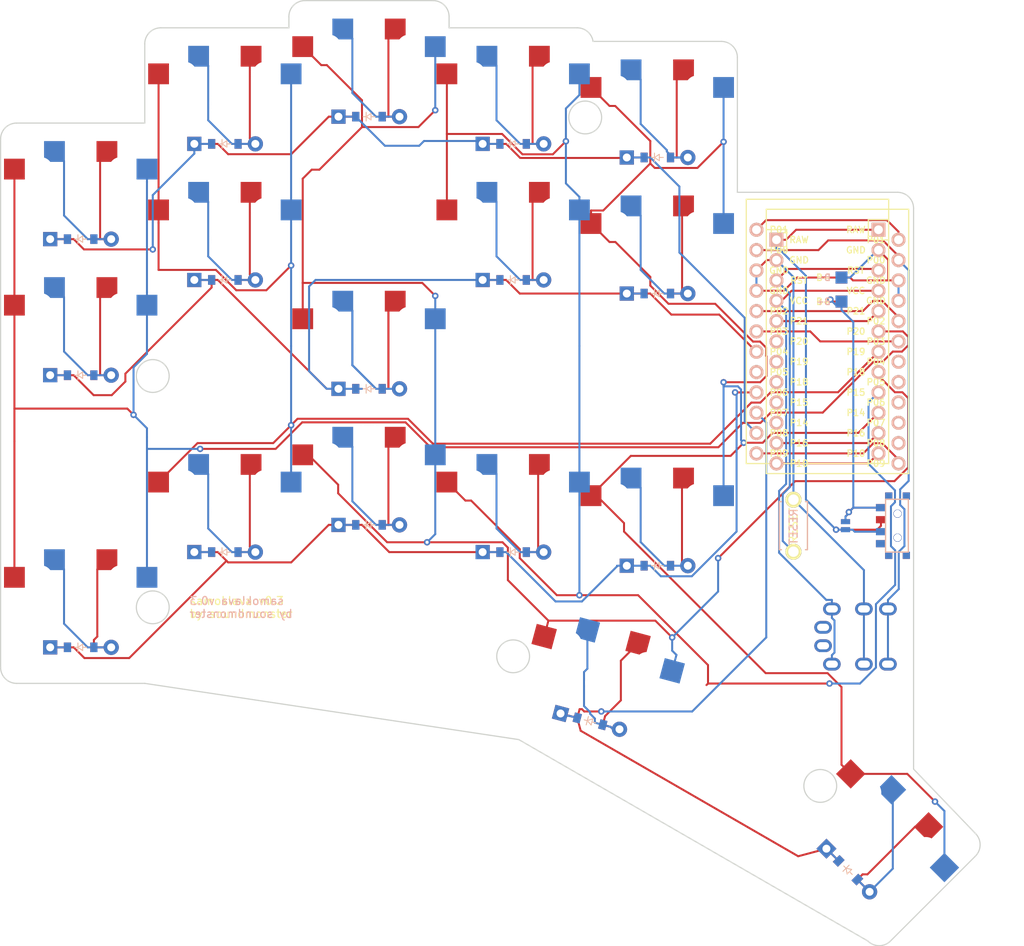
<source format=kicad_pcb>
(kicad_pcb (version 20240108) (generator "pcbnew") (generator_version "8.0")
  (title_block (title "board") (rev "0.3") (company "soundmonster"))
  (layers (0 "F.Cu" signal) (31 "B.Cu" signal) (34 "B.Paste" user) (35 "F.Paste" user) (36 "B.SilkS" user "B.Silkscreen") (37 "F.SilkS" user "F.Silkscreen") (38 "B.Mask" user) (39 "F.Mask" user) (44 "Edge.Cuts" user))
  (net 0 "")
  (net 1 "pinky_bottom")
  (net 2 "col_pinky")
  (net 3 "pinky_top")
  (net 4 "pinky_extra")
  (net 5 "ring_bottom")
  (net 6 "col_ring")
  (net 7 "ring_top")
  (net 8 "ring_extra")
  (net 9 "middle_bottom")
  (net 10 "col_middle")
  (net 11 "middle_top")
  (net 12 "middle_extra")
  (net 13 "index_bottom")
  (net 14 "col_index")
  (net 15 "index_top")
  (net 16 "index_extra")
  (net 17 "inner_bottom")
  (net 18 "col_inner")
  (net 19 "inner_top")
  (net 20 "inner_extra")
  (net 21 "near_thumb")
  (net 22 "far_thumb")
  (net 23 "row_bottom")
  (net 24 "row_home")
  (net 25 "row_top")
  (net 26 "row_extra")
  (net 27 "row_thumb")
  (net 28 "RAW")
  (net 29 "GND")
  (net 30 "RST")
  (net 31 "VCC")
  (net 32 "P21")
  (net 33 "P16")
  (net 34 "P10")
  (net 35 "P1")
  (net 36 "P0")
  (net 37 "P2")
  (net 38 "P3")
  (net 39 "P9")
  (net 40 "P20")
  (net 41 "P19")
  (net 42 "P18")
  (net 43 "P15")
  (net 44 "P14")
  (net 45 "P4")
  (net 46 "P5")
  (net 47 "P6")
  (net 48 "P7")
  (net 49 "P8")
  (net 50 "Bplus")
  (footprint "E73:SPDT_C128955" (layer "F.Cu") (at 102.463133 -10.568558 -90)
    (property "Reference" "T1" (hide yes))
    (property "Value" "" (hide yes))
  )
  (footprint "kbd:ResetSW" (layer "F.Cu") (at 89.46314 -10.568559 -90)
    (property "Reference" "B1" (hide yes))
    (property "Value" "")
  )
  (footprint "ComboDiode" (layer "F.Cu") (at 0.46313 -46.368566)
    (property "Reference" "D4" (hide yes))
    (property "Value" "" (hide yes))
  )
  (footprint "PG1350" (layer "F.Cu") (at 72.463131 -61.568561)
    (property "Reference" "S20" (hide yes))
    (property "Value" "" (hide yes))
  )
  (footprint "PG1350" (layer "F.Cu") (at 99.812636 28.943741 -45)
    (property "Reference" "S23" (hide yes))
    (property "Value" "" (hide yes))
  )
  (footprint "ComboDiode" (layer "F.Cu") (at 54.463137 -58.26856)
    (property "Reference" "D16" (hide yes))
    (property "Value" "" (hide yes))
  )
  (footprint "PG1350" (layer "F.Cu") (at 36.463139 -15.668558)
    (property "Reference" "S9" (hide yes))
    (property "Value" "" (hide yes))
  )
  (footprint "ComboDiode" (layer "F.Cu") (at 18.463132 -7.268561)
    (property "Reference" "D5" (hide yes))
    (property "Value" "" (hide yes))
  )
  (footprint "ProMicro" (layer "F.Cu") (at 92.463134 -33.56856 -90)
    (property "Reference" "MCU1" (hide yes))
    (property "Value" "" (hide yes))
  )
  (footprint "ComboDiode" (layer "F.Cu") (at 96.277133 32.479236 -45)
    (property "Reference" "D23" (hide yes))
    (property "Value" "" (hide yes))
  )
  (footprint "PG1350" (layer "F.Cu") (at 54.463134 -12.26856)
    (property "Reference" "S13" (hide yes))
    (property "Value" "" (hide yes))
  )
  (footprint "ComboDiode" (layer "F.Cu") (at 36.463134 -61.668563)
    (property "Reference" "D12" (hide yes))
    (property "Value" "" (hide yes))
  )
  (footprint "PG1350" (layer "F.Cu") (at 0.463135 -0.368561)
    (property "Reference" "S1" (hide yes))
    (property "Value" "" (hide yes))
  )
  (footprint "ComboDiode" (layer "F.Cu") (at 18.463134 -58.26856)
    (property "Reference" "D8" (hide yes))
    (property "Value" "" (hide yes))
  )
  (footprint "ComboDiode" (layer "F.Cu") (at 54.463134 -7.26856)
    (property "Reference" "D13" (hide yes))
    (property "Value" "" (hide yes))
  )
  (footprint "PG1350" (layer "F.Cu") (at 36.463132 -66.668557)
    (property "Reference" "S12" (hide yes))
    (property "Value" "" (hide yes))
  )
  (footprint "SMDPad" (layer "F.Cu") (at 95.463134 -41.568562)
    (property "Reference" "PAD2" (hide yes))
    (property "Value" "" (hide yes))
  )
  (footprint "ComboDiode" (layer "F.Cu") (at 36.463133 -27.66856)
    (property "Reference" "D11" (hide yes))
    (property "Value" "" (hide yes))
  )
  (footprint "lib:Jumper" (layer "F.Cu") (at 95.963135 -10.568561 -90)
    (property "Reference" "J2" (hide yes))
    (property "Value" "Jumper")
  )
  (footprint "ComboDiode" (layer "F.Cu") (at 54.463133 -41.268559)
    (property "Reference" "D15" (hide yes))
    (property "Value" "" (hide yes))
  )
  (footprint "ComboDiode" (layer "F.Cu") (at 64.062333 13.88004 -15)
    (property "Reference" "D21" (hide yes))
    (property "Value" "" (hide yes))
  )
  (footprint "PG1350" (layer "F.Cu") (at 65.356434 9.050437 -15)
    (property "Reference" "S21" (hide yes))
    (property "Value" "" (hide yes))
  )
  (footprint "ComboDiode" (layer "F.Cu") (at 72.463135 -39.568557)
    (property "Reference" "D19" (hide yes))
    (property "Value" "" (hide yes))
  )
  (footprint "PG1350" (layer "F.Cu") (at 18.463135 -46.268557)
    (property "Reference" "S7" (hide yes))
    (property "Value" "" (hide yes))
  )
  (footprint "PG1350" (layer "F.Cu") (at 0.463136 -34.36856)
    (property "Reference" "S3" (hide yes))
    (property "Value" "" (hide yes))
  )
  (footprint "PG1350" (layer "F.Cu") (at 54.463136 -63.268561)
    (property "Reference" "S16" (hide yes))
    (property "Value" "" (hide yes))
  )
  (footprint "PG1350" (layer "F.Cu") (at 18.463136 -12.268559)
    (property "Reference" "S5" (hide yes))
    (property "Value" "" (hide yes))
  )
  (footprint "lib:Jumper" (layer "F.Cu") (at 95.963135 -10.568561 -90)
    (property "Reference" "J1" (hide yes))
    (property "Value" "Jumper")
  )
  (footprint "ComboDiode" (layer "F.Cu") (at 0.463138 4.631436)
    (property "Reference" "D1" (hide yes))
    (property "Value" "" (hide yes))
  )
  (footprint "ComboDiode" (layer "F.Cu") (at 72.463136 -56.568565)
    (property "Reference" "D20" (hide yes))
    (property "Value" "" (hide yes))
  )
  (footprint "PG1350" (layer "F.Cu") (at 72.463134 -10.568558)
    (property "Reference" "S17" (hide yes))
    (property "Value" "" (hide yes))
  )
  (footprint "E73:SPDT_C128955" (layer "F.Cu") (at 102.463133 -10.568558 -90)
    (property "Reference" "T2" (hide yes))
    (property "Value" "" (hide yes))
  )
  (footprint "ComboDiode" (layer "F.Cu") (at 18.463132 -41.268559)
    (property "Reference" "D7" (hide yes))
    (property "Value" "" (hide yes))
  )
  (footprint "SMDPad" (layer "F.Cu") (at 95.463131 -38.568559)
    (property "Reference" "PAD1" (hide yes))
    (property "Value" "" (hide yes))
  )
  (footprint "ComboDiode" (layer "F.Cu") (at 0.463131 -29.368558)
    (property "Reference" "D3" (hide yes))
    (property "Value" "" (hide yes))
  )
  (footprint "TRRS-PJ-320A-dual" (layer "F.Cu") (at 104.463136 4.431438 -90)
    (property "Reference" "TRRS1")
    (property "Value" "TRRS-PJ-320A-dual")
  )
  (footprint "PG1350" (layer "F.Cu") (at 0.463133 -51.36856)
    (property "Reference" "S4" (hide yes))
    (property "Value" "" (hide yes))
  )
  (footprint "ComboDiode" (layer "F.Cu") (at 36.463134 -10.66856)
    (property "Reference" "D9" (hide yes))
    (property "Value" "" (hide yes))
  )
  (footprint "PG1350" (layer "F.Cu") (at 36.463136 -32.66856)
    (property "Reference" "S11" (hide yes))
    (property "Value" "" (hide yes))
  )
  (footprint "PG1350" (layer "F.Cu") (at 54.463133 -46.26856)
    (property "Reference" "S15" (hide yes))
    (property "Value" "" (hide yes))
  )
  (footprint "PG1350" (layer "F.Cu") (at 72.463134 -44.568562)
    (property "Reference" "S19" (hide yes))
    (property "Value" "" (hide yes))
  )
  (footprint "PG1350" (layer "F.Cu") (at 18.463135 -63.268559)
    (property "Reference" "S8" (hide yes))
    (property "Value" "" (hide yes))
  )
  (footprint "ProMicro" (layer "F.Cu") (at 94.96313 -32.318561 -90)
    (property "Reference" "MCU2" (hide yes))
    (property "Value" "" (hide yes))
  )
  (footprint "ComboDiode" (layer "F.Cu") (at 72.463133 -5.568559)
    (property "Reference" "D17" (hide yes))
    (property "Value" "" (hide yes))
  )
  (gr_arc (start 62.463137 -72.768559) (mid 63.767025 -72.28509) (end 64.44053 -71.06843) (stroke (width 0.15)) (layer "Edge.Cuts"))
  (gr_circle (center 54.463129 5.751439) (end 56.513134 5.751438) (stroke (width 0.15)) (fill none) (layer "Edge.Cuts"))
  (gr_line (start 104.46313 19.840174) (end 104.463136 -50.218562) (stroke (width 0.15)) (layer "Edge.Cuts"))
  (gr_line (start 104.46313 19.840174) (end 112.186993 27.883075) (stroke (width 0.15)) (layer "Edge.Cuts"))
  (gr_arc (start 26.463133 -74.168563) (mid 27.048918 -75.582775) (end 28.463129 -76.168561) (stroke (width 0.15)) (layer "Edge.Cuts"))
  (gr_arc (start 8.463136 -70.768561) (mid 9.048922 -72.182772) (end 10.463134 -72.768561) (stroke (width 0.15)) (layer "Edge.Cuts"))
  (gr_line (start -7.536867 9.131438) (end 8.463132 9.13144) (stroke (width 0.15)) (layer "Edge.Cuts"))
  (gr_arc (start -7.536867 9.131438) (mid -8.951079 8.545653) (end -9.536864 7.131441) (stroke (width 0.15)) (layer "Edge.Cuts"))
  (gr_line (start 82.463132 -52.218559) (end 82.463132 -69.068558) (stroke (width 0.15)) (layer "Edge.Cuts"))
  (gr_arc (start 80.463132 -71.068558) (mid 81.877348 -70.482772) (end 82.463132 -69.068558) (stroke (width 0.15)) (layer "Edge.Cuts"))
  (gr_arc (start 102.463135 -52.218559) (mid 103.877345 -51.632772) (end 104.463136 -50.218562) (stroke (width 0.15)) (layer "Edge.Cuts"))
  (gr_line (start 102.463135 -52.218559) (end 82.463132 -52.218559) (stroke (width 0.15)) (layer "Edge.Cuts"))
  (gr_line (start 80.463132 -71.068558) (end 64.46313 -71.068564) (stroke (width 0.15)) (layer "Edge.Cuts"))
  (gr_line (start 8.463136 -70.768561) (end 8.463133 -60.868564) (stroke (width 0.15)) (layer "Edge.Cuts"))
  (gr_line (start -9.536864 7.131441) (end -9.536864 -58.868561) (stroke (width 0.15)) (layer "Edge.Cuts"))
  (gr_arc (start 64.44053 -71.06843) (mid 64.45183 -71.068526) (end 64.46313 -71.068564) (stroke (width 0.15)) (layer "Edge.Cuts"))
  (gr_line (start 44.463133 -76.168563) (end 28.463129 -76.168561) (stroke (width 0.15)) (layer "Edge.Cuts"))
  (gr_circle (center 63.463133 -61.568559) (end 65.513136 -61.568557) (stroke (width 0.15)) (fill none) (layer "Edge.Cuts"))
  (gr_line (start 26.463133 -74.168563) (end 26.463135 -72.768563) (stroke (width 0.15)) (layer "Edge.Cuts"))
  (gr_circle (center 9.463138 -29.268564) (end 11.513133 -29.268561) (stroke (width 0.15)) (fill none) (layer "Edge.Cuts"))
  (gr_arc (start 44.463133 -76.168563) (mid 45.877348 -75.582776) (end 46.463133 -74.168562) (stroke (width 0.15)) (layer "Edge.Cuts"))
  (gr_circle (center 9.463136 -0.368553) (end 11.513137 -0.36856) (stroke (width 0.15)) (fill none) (layer "Edge.Cuts"))
  (gr_line (start 101.580392 41.318107) (end 112.186995 30.711504) (stroke (width 0.15)) (layer "Edge.Cuts"))
  (gr_line (start 62.463137 -72.768559) (end 46.463137 -72.76856) (stroke (width 0.15)) (layer "Edge.Cuts"))
  (gr_line (start 55.17024 16.156182) (end 8.463132 9.13144) (stroke (width 0.15)) (layer "Edge.Cuts"))
  (gr_arc (start 101.580392 41.318106) (mid 100.166179 41.903892) (end 98.751966 41.318107) (stroke (width 0.15)) (layer "Edge.Cuts"))
  (gr_line (start 8.463133 -60.868564) (end -7.536864 -60.86856) (stroke (width 0.15)) (layer "Edge.Cuts"))
  (gr_circle (center 92.81227 21.943384) (end 94.862268 21.943377) (stroke (width 0.15)) (fill none) (layer "Edge.Cuts"))
  (gr_line (start 46.463137 -72.76856) (end 46.463133 -74.168562) (stroke (width 0.15)) (layer "Edge.Cuts"))
  (gr_line (start 98.751966 41.318107) (end 55.17024 16.156182) (stroke (width 0.15)) (layer "Edge.Cuts"))
  (gr_line (start 26.463135 -72.768563) (end 10.463134 -72.768561) (stroke (width 0.15)) (layer "Edge.Cuts"))
  (gr_arc (start -9.536864 -58.868561) (mid -8.951079 -60.282776) (end -7.536864 -60.86856) (stroke (width 0.15)) (layer "Edge.Cuts"))
  (gr_arc (start 112.186992 27.883076) (mid 112.772779 29.297289) (end 112.186994 30.711503) (stroke (width 0.15)) (layer "Edge.Cuts"))
  (gr_text "samoklava v0.3\nby soundmonster" (at 13.963131 -0.368561 0) (layer "B.SilkS") (effects (font (size 1 1)) (justify right mirror)))
  (gr_text "samoklava v0.3\nby soundmonster" (at 13.963131 -0.368561 0) (layer "F.SilkS") (effects (font (size 1 1)) (justify left)))
  (segment (start 2.113135 4.631439) (end 2.113136 3.706139) (width 0.25) (layer "F.Cu") (net 1))
  (segment (start 4.273136 4.631441) (end 2.113135 4.631439) (width 0.25) (layer "F.Cu") (net 1))
  (segment (start 3.738131 -6.318561) (end 2.538033 -5.118456) (width 0.25) (layer "F.Cu") (net 1))
  (segment (start 2.538033 3.281242) (end 2.113136 3.706139) (width 0.25) (layer "F.Cu") (net 1))
  (segment (start 2.538033 -5.118456) (end 2.538033 3.281242) (width 0.25) (layer "F.Cu") (net 1))
  (segment (start 2.113135 4.631439) (end 1.337837 4.631439) (width 0.25) (layer "B.Cu") (net 1))
  (segment (start -1.615166 1.678441) (end -1.61517 -5.121865) (width 0.25) (layer "B.Cu") (net 1))
  (segment (start 1.337837 4.631439) (end -1.615166 1.678441) (width 0.25) (layer "B.Cu") (net 1))
  (segment (start 4.273136 4.631441) (end 2.113135 4.631439) (width 0.25) (layer "B.Cu") (net 1))
  (segment (start -1.61517 -5.121865) (end -2.811869 -6.318559) (width 0.25) (layer "B.Cu") (net 1))
  (segment (start 103.811436 -33.112961) (end 103.017033 -32.318559) (width 0.25) (layer "F.Cu") (net 2))
  (segment (start 86.625935 -24.69856) (end 85.335935 -23.408562) (width 0.25) (layer "F.Cu") (net 2))
  (segment (start -7.811865 -21.118559) (end -7.811868 -4.118562) (width 0.25) (layer "F.Cu") (net 2))
  (segment (start 103.123831 -34.838563) (end 103.811435 -34.15096) (width 0.25) (layer "F.Cu") (net 2))
  (segment (start 6.286136 -25.195863) (end 7.063235 -24.418759) (width 0.25) (layer "F.Cu") (net 2))
  (segment (start 41.025632 -23.477063) (end 28.119534 -23.47706) (width 0.25) (layer "F.Cu") (net 2))
  (segment (start -7.811864 -25.195861) (end -7.811865 -21.118559) (width 0.25) (layer "F.Cu") (net 2))
  (segment (start 101.86593 -32.31856) (end 100.575936 -31.028559) (width 0.25) (layer "F.Cu") (net 2))
  (segment (start -7.811864 -25.195861) (end 6.286136 -25.195863) (width 0.25) (layer "F.Cu") (net 2))
  (segment (start 103.017033 -32.318559) (end 101.86593 -32.31856) (width 0.25) (layer "F.Cu") (net 2))
  (segment (start 100.083136 -34.838559) (end 103.123831 -34.838563) (width 0.25) (layer "F.Cu") (net 2))
  (segment (start -7.811865 -38.118559) (end -7.811864 -25.195861) (width 0.25) (layer "F.Cu") (net 2))
  (segment (start 103.811435 -34.15096) (end 103.811436 -33.112961) (width 0.25) (layer "F.Cu") (net 2))
  (segment (start 99.450033 -31.028565) (end 93.120031 -24.69856) (width 0.25) (layer "F.Cu") (net 2))
  (segment (start 28.119534 -23.47706) (end 24.80473 -20.162259) (width 0.25) (layer "F.Cu") (net 2))
  (segment (start -7.811865 -55.118562) (end -7.811865 -38.118559) (width 0.25) (layer "F.Cu") (net 2))
  (segment (start 93.120031 -24.69856) (end 86.625935 -24.69856) (width 0.25) (layer "F.Cu") (net 2))
  (segment (start 100.575936 -31.028559) (end 99.450033 -31.028565) (width 0.25) (layer "F.Cu") (net 2))
  (segment (start 24.80473 -20.162259) (end 15.377933 -20.162263) (width 0.25) (layer "F.Cu") (net 2))
  (segment (start 85.335935 -23.408562) (end 83.135031 -23.408562) (width 0.25) (layer "F.Cu") (net 2))
  (segment (start 44.139234 -20.363459) (end 41.025632 -23.477063) (width 0.25) (layer "F.Cu") (net 2))
  (segment (start 83.135031 -23.408562) (end 80.08993 -20.363456) (width 0.25) (layer "F.Cu") (net 2))
  (segment (start 80.08993 -20.363456) (end 44.139234 -20.363459) (width 0.25) (layer "F.Cu") (net 2))
  (via (at 15.377933 -20.162263) (size 0.8) (drill 0.4) (layers "F.Cu" "B.Cu") (net 2))
  (via (at 7.063235 -24.418759) (size 0.8) (drill 0.4) (layers "F.Cu" "B.Cu") (net 2))
  (segment (start 7.063231 -30.351359) (end 7.063235 -24.418759) (width 0.25) (layer "B.Cu") (net 2))
  (segment (start 8.738132 -20.16226) (end 15.377933 -20.162263) (width 0.25) (layer "B.Cu") (net 2))
  (segment (start 8.738135 -53.493264) (end 8.737832 -53.492962) (width 0.25) (layer "B.Cu") (net 2))
  (segment (start 7.063235 -24.418759) (end 8.738132 -22.743863) (width 0.25) (layer "B.Cu") (net 2))
  (segment (start 8.737837 -39.74416) (end 8.738138 -39.743863) (width 0.25) (layer "B.Cu") (net 2))
  (segment (start 8.738134 -21.624559) (end 8.738132 -22.743863) (width 0.25) (layer "B.Cu") (net 2))
  (segment (start 8.738134 -21.118563) (end 8.738132 -20.16226) (width 0.25) (layer "B.Cu") (net 2))
  (segment (start 8.738138 -32.02626) (end 7.063231 -30.351359) (width 0.25) (layer "B.Cu") (net 2))
  (segment (start 8.737832 -53.492962) (end 8.737837 -39.74416) (width 0.25) (layer "B.Cu") (net 2))
  (segment (start 8.738135 -38.118558) (end 8.738138 -39.743863) (width 0.25) (layer "B.Cu") (net 2))
  (segment (start 8.738134 -21.624559) (end 8.738134 -21.118563) (width 0.25) (layer "B.Cu") (net 2))
  (segment (start 8.738135 -38.118558) (end 8.738138 -32.02626) (width 0.25) (layer "B.Cu") (net 2))
  (segment (start 8.73813 -55.118557) (end 8.738135 -53.493264) (width 0.25) (layer "B.Cu") (net 2))
  (segment (start 8.738132 -20.16226) (end 8.738132 -4.118559) (width 0.25) (layer "B.Cu") (net 2))
  (segment (start 3.738132 -40.318564) (end 2.888429 -39.46886) (width 0.25) (layer "F.Cu") (net 3))
  (segment (start 2.888429 -39.46886) (end 2.888431 -29.368562) (width 0.25) (layer "F.Cu") (net 3))
  (segment (start 4.273133 -29.36856) (end 2.888431 -29.368562) (width 0.25) (layer "F.Cu") (net 3))
  (segment (start 2.113133 -29.368564) (end 2.888431 -29.368562) (width 0.25) (layer "F.Cu") (net 3))
  (segment (start -1.615164 -39.121859) (end -2.811868 -40.318559) (width 0.25) (layer "B.Cu") (net 3))
  (segment (start 4.273133 -29.36856) (end 2.113133 -29.368564) (width 0.25) (layer "B.Cu") (net 3))
  (segment (start 1.337837 -29.368563) (end -1.615167 -32.32156) (width 0.25) (layer "B.Cu") (net 3))
  (segment (start 2.113133 -29.368564) (end 1.337837 -29.368563) (width 0.25) (layer "B.Cu") (net 3))
  (segment (start -1.615167 -32.32156) (end -1.615164 -39.121859) (width 0.25) (layer "B.Cu") (net 3))
  (segment (start 2.888432 -56.468858) (end 2.888433 -46.368557) (width 0.25) (layer "F.Cu") (net 4))
  (segment (start 3.73813 -57.318561) (end 2.888432 -56.468858) (width 0.25) (layer "F.Cu") (net 4))
  (segment (start 2.113133 -46.368561) (end 2.888433 -46.368557) (width 0.25) (layer "F.Cu") (net 4))
  (segment (start 4.273136 -46.368562) (end 2.888433 -46.368557) (width 0.25) (layer "F.Cu") (net 4))
  (segment (start 2.113133 -46.368561) (end 1.33783 -46.368562) (width 0.25) (layer "B.Cu") (net 4))
  (segment (start -1.615166 -56.121861) (end -2.811868 -57.318563) (width 0.25) (layer "B.Cu") (net 4))
  (segment (start 1.33783 -46.368562) (end -1.61517 -49.321562) (width 0.25) (layer "B.Cu") (net 4))
  (segment (start 4.273136 -46.368562) (end 2.113133 -46.368561) (width 0.25) (layer "B.Cu") (net 4))
  (segment (start -1.61517 -49.321562) (end -1.615166 -56.121861) (width 0.25) (layer "B.Cu") (net 4))
  (segment (start 22.273135 -7.268559) (end 20.113132 -7.268562) (width 0.25) (layer "F.Cu") (net 5))
  (segment (start 21.584231 -7.957463) (end 22.273135 -7.268559) (width 0.25) (layer "F.Cu") (net 5))
  (segment (start 21.584232 -18.064658) (end 21.584231 -7.957463) (width 0.25) (layer "F.Cu") (net 5))
  (segment (start 21.738137 -18.218557) (end 21.584232 -18.064658) (width 0.25) (layer "F.Cu") (net 5))
  (segment (start 16.384835 -17.021862) (end 15.188136 -18.218563) (width 0.25) (layer "B.Cu") (net 5))
  (segment (start 22.273135 -7.268559) (end 20.113132 -7.268562) (width 0.25) (layer "B.Cu") (net 5))
  (segment (start 20.113132 -7.268562) (end 19.337839 -7.26856) (width 0.25) (layer "B.Cu") (net 5))
  (segment (start 16.38483 -10.221556) (end 16.384835 -17.021862) (width 0.25) (layer "B.Cu") (net 5))
  (segment (start 19.337839 -7.26856) (end 16.38483 -10.221556) (width 0.25) (layer "B.Cu") (net 5))
  (segment (start 10.188435 -42.519562) (end 17.352035 -42.519558) (width 0.25) (layer "F.Cu") (net 6))
  (segment (start 95.023134 -27.23856) (end 86.625938 -27.238562) (width 0.25) (layer "F.Cu") (net 6))
  (segment (start 85.335936 -25.948562) (end 84.21003 -25.94856) (width 0.25) (layer "F.Cu") (net 6))
  (segment (start 44.437731 -20.814658) (end 41.325034 -23.92736) (width 0.25) (layer "F.Cu") (net 6))
  (segment (start 10.188136 -67.018561) (end 10.188137 -50.018564) (width 0.25) (layer "F.Cu") (net 6))
  (segment (start 84.21003 -25.94856) (end 79.076134 -20.814661) (width 0.25) (layer "F.Cu") (net 6))
  (segment (start 23.645738 -39.980062) (end 26.738133 -43.072464) (width 0.25) (layer "F.Cu") (net 6))
  (segment (start 15.057132 -20.887561) (end 10.188134 -16.018558) (width 0.25) (layer "F.Cu") (net 6))
  (segment (start 100.083137 -32.298562) (end 95.023134 -27.23856) (width 0.25) (layer "F.Cu") (net 6))
  (segment (start 17.352035 -42.519558) (end 19.891539 -39.980063) (width 0.25) (layer "F.Cu") (net 6))
  (segment (start 27.543931 -23.927359) (end 26.738134 -23.121563) (width 0.25) (layer "F.Cu") (net 6))
  (segment (start 79.076134 -20.814661) (end 44.437731 -20.814658) (width 0.25) (layer "F.Cu") (net 6))
  (segment (start 10.188137 -50.018564) (end 10.188135 -48.393261) (width 0.25) (layer "F.Cu") (net 6))
  (segment (start 26.738134 -23.121563) (end 24.50413 -20.88756) (width 0.25) (layer "F.Cu") (net 6))
  (segment (start 10.188437 -48.392959) (end 10.188135 -48.393261) (width 0.25) (layer "F.Cu") (net 6))
  (segment (start 10.188435 -42.519562) (end 10.188437 -48.392959) (width 0.25) (layer "F.Cu") (net 6))
  (segment (start 24.50413 -20.88756) (end 15.057132 -20.887561) (width 0.25) (layer "F.Cu") (net 6))
  (segment (start 41.325034 -23.92736) (end 27.543931 -23.927359) (width 0.25) (layer "F.Cu") (net 6))
  (segment (start 86.625938 -27.238562) (end 85.335936 -25.948562) (width 0.25) (layer "F.Cu") (net 6))
  (segment (start 19.891539 -39.980063) (end 23.645738 -39.980062) (width 0.25) (layer "F.Cu") (net 6))
  (via (at 26.738134 -23.121563) (size 0.8) (drill 0.4) (layers "F.Cu" "B.Cu") (net 6))
  (via (at 26.738133 -43.072464) (size 0.8) (drill 0.4) (layers "F.Cu" "B.Cu") (net 6))
  (segment (start 26.738126 -67.018561) (end 26.738135 -50.01856) (width 0.25) (layer "B.Cu") (net 6))
  (segment (start 26.738133 -43.072464) (end 26.738132 -33.018561) (width 0.25) (layer "B.Cu") (net 6))
  (segment (start 26.738132 -33.018561) (end 26.738134 -23.121563) (width 0.25) (layer "B.Cu") (net 6))
  (segment (start 26.738135 -50.01856) (end 26.738133 -43.072464) (width 0.25) (layer "B.Cu") (net 6))
  (segment (start 26.738134 -23.121563) (end 26.738133 -16.018562) (width 0.25) (layer "B.Cu") (net 6))
  (segment (start 21.584239 -41.957462) (end 22.273139 -41.268564) (width 0.25) (layer "F.Cu") (net 7))
  (segment (start 21.738131 -52.218564) (end 21.584234 -52.064657) (width 0.25) (layer "F.Cu") (net 7))
  (segment (start 21.584234 -52.064657) (end 21.584239 -41.957462) (width 0.25) (layer "F.Cu") (net 7))
  (segment (start 22.273139 -41.268564) (end 20.113131 -41.26856) (width 0.25) (layer "F.Cu") (net 7))
  (segment (start 22.273139 -41.268564) (end 20.113131 -41.26856) (width 0.25) (layer "B.Cu") (net 7))
  (segment (start 16.384833 -44.221562) (end 16.384833 -51.021861) (width 0.25) (layer "B.Cu") (net 7))
  (segment (start 19.337832 -41.268559) (end 16.384833 -44.221562) (width 0.25) (layer "B.Cu") (net 7))
  (segment (start 20.113131 -41.26856) (end 19.337832 -41.268559) (width 0.25) (layer "B.Cu") (net 7))
  (segment (start 16.384833 -51.021861) (end 15.188132 -52.21856) (width 0.25) (layer "B.Cu") (net 7))
  (segment (start 21.584236 -58.957459) (end 22.27313 -58.268557) (width 0.25) (layer "F.Cu") (net 8))
  (segment (start 21.738135 -69.218562) (end 21.584235 -69.064656) (width 0.25) (layer "F.Cu") (net 8))
  (segment (start 22.27313 -58.268557) (end 20.113132 -58.26856) (width 0.25) (layer "F.Cu") (net 8))
  (segment (start 21.584235 -69.064656) (end 21.584236 -58.957459) (width 0.25) (layer "F.Cu") (net 8))
  (segment (start 20.113132 -58.26856) (end 19.337835 -58.268562) (width 0.25) (layer "B.Cu") (net 8))
  (segment (start 16.384834 -61.22156) (end 16.384834 -68.02186) (width 0.25) (layer "B.Cu") (net 8))
  (segment (start 22.27313 -58.268557) (end 20.113132 -58.26856) (width 0.25) (layer "B.Cu") (net 8))
  (segment (start 19.337835 -58.268562) (end 16.384834 -61.22156) (width 0.25) (layer "B.Cu") (net 8))
  (segment (start 16.384834 -68.02186) (end 15.188136 -69.218565) (width 0.25) (layer "B.Cu") (net 8))
  (segment (start 40.273131 -10.668561) (end 38.888435 -10.668562) (width 0.25) (layer "F.Cu") (net 9))
  (segment (start 38.888433 -20.76886) (end 38.888435 -10.668562) (width 0.25) (layer "F.Cu") (net 9))
  (segment (start 38.113135 -10.668559) (end 38.888435 -10.668562) (width 0.25) (layer "F.Cu") (net 9))
  (segment (start 39.738138 -21.618558) (end 38.888433 -20.76886) (width 0.25) (layer "F.Cu") (net 9))
  (segment (start 34.384835 -13.621565) (end 34.384832 -20.421861) (width 0.25) (layer "B.Cu") (net 9))
  (segment (start 37.337833 -10.668558) (end 34.384835 -13.621565) (width 0.25) (layer "B.Cu") (net 9))
  (segment (start 34.384832 -20.421861) (end 33.188135 -21.618554) (width 0.25) (layer "B.Cu") (net 9))
  (segment (start 38.113135 -10.668559) (end 37.337833 -10.668558) (width 0.25) (layer "B.Cu") (net 9))
  (segment (start 40.273131 -10.668561) (end 38.113135 -10.668559) (width 0.25) (layer "B.Cu") (net 9))
  (segment (start 43.118137 -40.898557) (end 28.188134 -40.898559) (width 0.25) (layer "F.Cu") (net 10))
  (segment (start 44.738135 -39.278559) (end 43.118137 -40.898557) (width 0.25) (layer "F.Cu") (net 10))
  (segment (start 28.188136 -70.418559) (end 30.499235 -68.107459) (width 0.25) (layer "F.Cu") (net 10))
  (segment (start 32.612833 -14.615562) (end 32.612831 -15.687361) (width 0.25) (layer "F.Cu") (net 10))
  (segment (start 30.264933 -55.04386) (end 29.307331 -55.043861) (width 0.25) (layer "F.Cu") (net 10))
  (segment (start 103.794729 -26.506664) (end 103.794732 -17.847359) (width 0.25) (layer "F.Cu") (net 10))
  (segment (start 29.307331 -55.043861) (end 28.188131 -53.924658) (width 0.25) (layer "F.Cu") (net 10))
  (segment (start 102.134335 -27.238561) (end 103.062832 -27.238562) (width 0.25) (layer "F.Cu") (net 10))
  (segment (start 89.679435 -16.131761) (end 80.056436 -6.508763) (width 0.25) (layer "F.Cu") (net 10))
  (segment (start 28.881635 -19.418559) (end 28.188132 -19.418564) (width 0.25) (layer "F.Cu") (net 10))
  (segment (start 35.588532 -63.722761) (end 35.588533 -60.367457) (width 0.25) (layer "F.Cu") (net 10))
  (segment (start 35.588533 -60.367457) (end 30.264933 -55.04386) (width 0.25) (layer "F.Cu") (net 10))
  (segment (start 58.867334 1.295843) (end 53.805533 -3.765958) (width 0.25) (layer "F.Cu") (net 10))
  (segment (start 103.794732 -17.847359) (end 102.079137 -16.131758) (width 0.25) (layer "F.Cu") (net 10))
  (segment (start 31.203835 -68.10746) (end 35.588532 -63.722761) (width 0.25) (layer "F.Cu") (net 10))
  (segment (start 58.333937 3.286547) (end 58.867334 1.295843) (width 0.25) (layer "F.Cu") (net 10))
  (segment (start 53.805539 -7.826357) (end 53.136634 -8.495264) (width 0.25) (layer "F.Cu") (net 10))
  (segment (start 38.733137 -8.495263) (end 32.612833 -14.615562) (width 0.25) (layer "F.Cu") (net 10))
  (segment (start 100.083133 -29.758561) (end 100.083131 -29.28976) (width 0.25) (layer "F.Cu") (net 10))
  (segment (start 43.715136 -8.495259) (end 38.733137 -8.495263) (width 0.25) (layer "F.Cu") (net 10))
  (segment (start 28.188134 -40.898559) (end 28.188131 -36.418559) (width 0.25) (layer "F.Cu") (net 10))
  (segment (start 102.079137 -16.131758) (end 89.679435 -16.131761) (width 0.25) (layer "F.Cu") (net 10))
  (segment (start 100.083131 -29.28976) (end 102.134335 -27.238561) (width 0.25) (layer "F.Cu") (net 10))
  (segment (start 32.612831 -15.687361) (end 28.881635 -19.418559) (width 0.25) (layer "F.Cu") (net 10))
  (segment (start 53.805533 -3.765958) (end 53.805539 -7.826357) (width 0.25) (layer "F.Cu") (net 10))
  (segment (start 53.136634 -8.495264) (end 43.715136 -8.495259) (width 0.25) (layer "F.Cu") (net 10))
  (segment (start 30.499235 -68.107459) (end 31.203835 -68.10746) (width 0.25) (layer "F.Cu") (net 10))
  (segment (start 58.867334 1.295843) (end 72.218129 1.295842) (width 0.25) (layer "F.Cu") (net 10))
  (segment (start 35.588533 -60.367457) (end 42.633239 -60.367462) (width 0.25) (layer "F.Cu") (net 10))
  (segment (start 42.633239 -60.367462) (end 44.738135 -62.472358) (width 0.25) (layer "F.Cu") (net 10))
  (segment (start 103.062832 -27.238562) (end 103.794729 -26.506664) (width 0.25) (layer "F.Cu") (net 10))
  (segment (start 28.188131 -53.924658) (end 28.188134 -40.898559) (width 0.25) (layer "F.Cu") (net 10))
  (segment (start 72.218129 1.295842) (end 74.320035 3.397741) (width 0.25) (layer "F.Cu") (net 10))
  (via (at 44.738135 -39.278559) (size 0.8) (drill 0.4) (layers "F.Cu" "B.Cu") (net 10))
  (via (at 74.320035 3.397741) (size 0.8) (drill 0.4) (layers "F.Cu" "B.Cu") (net 10))
  (via (at 43.715136 -8.495259) (size 0.8) (drill 0.4) (layers "F.Cu" "B.Cu") (net 10))
  (via (at 44.738135 -62.472358) (size 0.8) (drill 0.4) (layers "F.Cu" "B.Cu") (net 10))
  (via (at 80.056436 -6.508763) (size 0.8) (drill 0.4) (layers "F.Cu" "B.Cu") (net 10))
  (segment (start 80.056435 -2.338664) (end 74.320035 3.397741) (width 0.25) (layer "B.Cu") (net 10))
  (segment (start 44.738136 -70.418561) (end 44.738135 -62.472358) (width 0.25) (layer "B.Cu") (net 10))
  (segment (start 44.738136 -36.418557) (end 44.738128 -19.418555) (width 0.25) (layer "B.Cu") (net 10))
  (segment (start 44.738136 -36.418557) (end 44.738135 -39.278559) (width 0.25) (layer "B.Cu") (net 10))
  (segment (start 44.738137 -9.51826) (end 43.715136 -8.495259) (width 0.25) (layer "B.Cu") (net 10))
  (segment (start 74.320034 7.569937) (end 74.853432 5.579239) (width 0.25) (layer "B.Cu") (net 10))
  (segment (start 74.853432 5.579239) (end 74.853333 5.579243) (width 0.25) (layer "B.Cu") (net 10))
  (segment (start 80.056436 -6.508763) (end 80.056435 -2.338664) (width 0.25) (layer "B.Cu") (net 10))
  (segment (start 74.853333 5.579243) (end 74.320034 5.045939) (width 0.25) (layer "B.Cu") (net 10))
  (segment (start 44.738128 -19.418555) (end 44.738137 -9.51826) (width 0.25) (layer "B.Cu") (net 10))
  (segment (start 74.320034 5.045939) (end 74.320035 3.397741) (width 0.25) (layer "B.Cu") (net 10))
  (segment (start 40.273129 -27.668564) (end 38.88843 -27.668562) (width 0.25) (layer "F.Cu") (net 11))
  (segment (start 38.11313 -27.668558) (end 38.88843 -27.668562) (width 0.25) (layer "F.Cu") (net 11))
  (segment (start 39.73813 -38.61856) (end 38.888436 -37.768862) (width 0.25) (layer "F.Cu") (net 11))
  (segment (start 38.888436 -37.768862) (end 38.88843 -27.668562) (width 0.25) (layer "F.Cu") (net 11))
  (segment (start 38.11313 -27.668558) (end 38.88843 -27.668562) (width 0.25) (layer "F.Cu") (net 11))
  (segment (start 40.273129 -27.668564) (end 38.88843 -27.668562) (width 0.25) (layer "F.Cu") (net 11))
  (segment (start 38.888436 -37.768862) (end 38.88843 -27.668562) (width 0.25) (layer "F.Cu") (net 11))
  (segment (start 40.273129 -27.668564) (end 38.11313 -27.668558) (width 0.25) (layer "B.Cu") (net 11))
  (segment (start 38.11313 -27.668558) (end 37.337833 -27.668558) (width 0.25) (layer "B.Cu") (net 11))
  (segment (start 37.337833 -27.668558) (end 34.384829 -30.621565) (width 0.25) (layer "B.Cu") (net 11))
  (segment (start 34.384829 -30.621565) (end 34.384836 -37.421859) (width 0.25) (layer "B.Cu") (net 11))
  (segment (start 34.384829 -30.621565) (end 34.384836 -37.421859) (width 0.25) (layer "B.Cu") (net 11))
  (segment (start 34.384836 -37.421859) (end 33.188135 -38.61856) (width 0.25) (layer "B.Cu") (net 11))
  (segment (start 38.11313 -27.668558) (end 37.337833 -27.668558) (width 0.25) (layer "B.Cu") (net 11))
  (segment (start 40.273129 -27.668564) (end 38.11313 -27.668558) (width 0.25) (layer "B.Cu") (net 11))
  (segment (start 37.337833 -27.668558) (end 34.384829 -30.621565) (width 0.25) (layer "B.Cu") (net 11))
  (segment (start 39.738134 -72.618561) (end 38.888432 -71.768859) (width 0.25) (layer "F.Cu") (net 12))
  (segment (start 38.11313 -61.668558) (end 38.888433 -61.668554) (width 0.25) (layer "F.Cu") (net 12))
  (segment (start 40.273134 -61.66856) (end 38.888433 -61.668554) (width 0.25) (layer "F.Cu") (net 12))
  (segment (start 38.888432 -71.768859) (end 38.888433 -61.668554) (width 0.25) (layer "F.Cu") (net 12))
  (segment (start 37.337834 -61.668564) (end 34.384832 -64.621564) (width 0.25) (layer "B.Cu") (net 12))
  (segment (start 38.11313 -61.668558) (end 37.337834 -61.668564) (width 0.25) (layer "B.Cu") (net 12))
  (segment (start 34.384834 -71.421859) (end 33.188138 -72.618559) (width 0.25) (layer "B.Cu") (net 12))
  (segment (start 40.273134 -61.66856) (end 38.11313 -61.668558) (width 0.25) (layer "B.Cu") (net 12))
  (segment (start 34.384832 -64.621564) (end 34.384834 -71.421859) (width 0.25) (layer "B.Cu") (net 12))
  (segment (start 57.738131 -18.218561) (end 57.584235 -18.064656) (width 0.25) (layer "F.Cu") (net 13))
  (segment (start 57.584235 -18.064656) (end 57.584233 -7.26856) (width 0.25) (layer "F.Cu") (net 13))
  (segment (start 57.584233 -7.26856) (end 56.113134 -7.26856) (width 0.25) (layer "F.Cu") (net 13))
  (segment (start 58.273134 -7.268563) (end 57.584233 -7.26856) (width 0.25) (layer "F.Cu") (net 13))
  (segment (start 56.113134 -7.26856) (end 55.337831 -7.268555) (width 0.25) (layer "B.Cu") (net 13))
  (segment (start 52.384834 -10.221559) (end 52.384831 -17.021861) (width 0.25) (layer "B.Cu") (net 13))
  (segment (start 52.384831 -17.021861) (end 51.188131 -18.218558) (width 0.25) (layer "B.Cu") (net 13))
  (segment (start 58.273134 -7.268563) (end 56.113134 -7.26856) (width 0.25) (layer "B.Cu") (net 13))
  (segment (start 55.337831 -7.268555) (end 52.384834 -10.221559) (width 0.25) (layer "B.Cu") (net 13))
  (segment (start 55.629736 -56.962558) (end 59.416036 -56.962559) (width 0.25) (layer "F.Cu") (net 14))
  (segment (start 53.086537 -59.505761) (end 55.629736 -56.962558) (width 0.25) (layer "F.Cu") (net 14))
  (segment (start 48.499234 -13.707462) (end 49.217931 -13.707463) (width 0.25) (layer "F.Cu") (net 14))
  (segment (start 55.288433 -7.636961) (end 55.288431 -6.518159) (width 0.25) (layer "F.Cu") (net 14))
  (segment (start 78.795629 9.150838) (end 93.965833 9.150841) (width 0.25) (layer "F.Cu") (net 14))
  (segment (start 49.217931 -13.707463) (end 55.288433 -7.636961) (width 0.25) (layer "F.Cu") (net 14))
  (segment (start 59.926935 -1.879658) (end 62.738132 -1.879663) (width 0.25) (layer "F.Cu") (net 14))
  (segment (start 46.188139 -59.505757) (end 46.188136 -50.01856) (width 0.25) (layer "F.Cu") (net 14))
  (segment (start 78.602636 9.343842) (end 78.795629 9.150838) (width 0.25) (layer "F.Cu") (net 14))
  (segment (start 46.188135 -16.01856) (end 48.499234 -13.707462) (width 0.25) (layer "F.Cu") (net 14))
  (segment (start 59.416036 -56.962559) (end 61.05083 -58.597363) (width 0.25) (layer "F.Cu") (net 14))
  (segment (start 46.188131 -67.018562) (end 46.188139 -59.505757) (width 0.25) (layer "F.Cu") (net 14))
  (segment (start 46.188139 -59.505757) (end 53.086537 -59.505761) (width 0.25) (layer "F.Cu") (net 14))
  (segment (start 78.795629 9.150838) (end 78.795634 6.845042) (width 0.25) (layer "F.Cu") (net 14))
  (segment (start 55.288431 -6.518159) (end 59.926935 -1.879658) (width 0.25) (layer "F.Cu") (net 14))
  (segment (start 70.070935 -1.879659) (end 62.738132 -1.879663) (width 0.25) (layer "F.Cu") (net 14))
  (segment (start 78.795634 6.845042) (end 70.070935 -1.879659) (width 0.25) (layer "F.Cu") (net 14))
  (via (at 93.965833 9.150841) (size 0.8) (drill 0.4) (layers "F.Cu" "B.Cu") (net 14))
  (via (at 62.738132 -1.879663) (size 0.8) (drill 0.4) (layers "F.Cu" "B.Cu") (net 14))
  (via (at 61.05083 -58.597363) (size 0.8) (drill 0.4) (layers "F.Cu" "B.Cu") (net 14))
  (segment (start 102.138538 -14.987461) (end 102.138533 -13.49316) (width 0.25) (layer "B.Cu") (net 14))
  (segment (start 61.050834 -53.33116) (end 62.738136 -51.643861) (width 0.25) (layer "B.Cu") (net 14))
  (segment (start 102.163333 -7.488664) (end 102.163333 -3.16896) (width 0.25) (layer "B.Cu") (net 14))
  (segment (start 99.763136 7.158038) (end 97.770332 9.15084) (width 0.25) (layer "B.Cu") (net 14))
  (segment (start 102.163333 -3.16896) (end 99.763136 -0.768764) (width 0.25) (layer "B.Cu") (net 14))
  (segment (start 99.763136 -0.768764) (end 99.763136 7.158038) (width 0.25) (layer "B.Cu") (net 14))
  (segment (start 62.738135 -64.379961) (end 61.050834 -62.692661) (width 0.25) (layer "B.Cu") (net 14))
  (segment (start 62.738132 -50.018562) (end 62.738136 -33.018559) (width 0.25) (layer "B.Cu") (net 14))
  (segment (start 61.05083 -58.597363) (end 61.050834 -53.33116) (width 0.25) (layer "B.Cu") (net 14))
  (segment (start 62.738134 -50.831262) (end 62.738132 -50.018562) (width 0.25) (layer "B.Cu") (net 14))
  (segment (start 61.050834 -62.692661) (end 61.05083 -58.597363) (width 0.25) (layer "B.Cu") (net 14))
  (segment (start 101.637736 -12.99236) (end 101.637735 -8.014262) (width 0.25) (layer "B.Cu") (net 14))
  (segment (start 98.836537 -18.289463) (end 102.138538 -14.987461) (width 0.25) (layer "B.Cu") (net 14))
  (segment (start 98.836533 -25.971961) (end 98.836537 -18.289463) (width 0.25) (layer "B.Cu") (net 14))
  (segment (start 62.738134 -16.018559) (end 62.738132 -1.879663) (width 0.25) (layer "B.Cu") (net 14))
  (segment (start 62.738134 -50.831262) (end 62.738136 -51.643861) (width 0.25) (layer "B.Cu") (net 14))
  (segment (start 97.770332 9.15084) (end 93.965833 9.150841) (width 0.25) (layer "B.Cu") (net 14))
  (segment (start 100.083132 -27.218562) (end 98.836533 -25.971961) (width 0.25) (layer "B.Cu") (net 14))
  (segment (start 62.738136 -33.018559) (end 62.738134 -16.018559) (width 0.25) (layer "B.Cu") (net 14))
  (segment (start 101.637735 -8.014262) (end 102.163333 -7.488664) (width 0.25) (layer "B.Cu") (net 14))
  (segment (start 62.738135 -67.018564) (end 62.738135 -64.379961) (width 0.25) (layer "B.Cu") (net 14))
  (segment (start 102.138533 -13.49316) (end 101.637736 -12.99236) (width 0.25) (layer "B.Cu") (net 14))
  (segment (start 56.888431 -51.368856) (end 56.888438 -41.26856) (width 0.25) (layer "F.Cu") (net 15))
  (segment (start 56.113135 -41.268557) (end 56.888438 -41.26856) (width 0.25) (layer "F.Cu") (net 15))
  (segment (start 57.738132 -52.218561) (end 56.888431 -51.368856) (width 0.25) (layer "F.Cu") (net 15))
  (segment (start 58.273132 -41.26856) (end 56.888438 -41.26856) (width 0.25) (layer "F.Cu") (net 15))
  (segment (start 58.273132 -41.26856) (end 56.113135 -41.268557) (width 0.25) (layer "B.Cu") (net 15))
  (segment (start 56.113135 -41.268557) (end 55.337838 -41.268561) (width 0.25) (layer "B.Cu") (net 15))
  (segment (start 52.384832 -51.02186) (end 51.188134 -52.218559) (width 0.25) (layer "B.Cu") (net 15))
  (segment (start 52.384831 -44.221561) (end 52.384832 -51.02186) (width 0.25) (layer "B.Cu") (net 15))
  (segment (start 55.337838 -41.268561) (end 52.384831 -44.221561) (width 0.25) (layer "B.Cu") (net 15))
  (segment (start 56.888432 -68.368861) (end 56.888435 -58.26856) (width 0.25) (layer "F.Cu") (net 16))
  (segment (start 57.738135 -69.218557) (end 56.888432 -68.368861) (width 0.25) (layer "F.Cu") (net 16))
  (segment (start 58.27313 -58.268561) (end 56.888435 -58.26856) (width 0.25) (layer "F.Cu") (net 16))
  (segment (start 56.113131 -58.268561) (end 56.888435 -58.26856) (width 0.25) (layer "F.Cu") (net 16))
  (segment (start 56.113131 -58.268561) (end 55.337833 -58.268562) (width 0.25) (layer "B.Cu") (net 16))
  (segment (start 52.384837 -61.221562) (end 52.384834 -68.021861) (width 0.25) (layer "B.Cu") (net 16))
  (segment (start 52.384834 -68.021861) (end 51.188135 -69.218561) (width 0.25) (layer "B.Cu") (net 16))
  (segment (start 55.337833 -58.268562) (end 52.384837 -61.221562) (width 0.25) (layer "B.Cu") (net 16))
  (segment (start 58.27313 -58.268561) (end 56.113131 -58.268561) (width 0.25) (layer "B.Cu") (net 16))
  (segment (start 75.546432 -5.56856) (end 74.113136 -5.568555) (width 0.25) (layer "F.Cu") (net 17))
  (segment (start 75.546432 -16.326857) (end 75.546432 -5.56856) (width 0.25) (layer "F.Cu") (net 17))
  (segment (start 76.273138 -5.568562) (end 75.546432 -5.56856) (width 0.25) (layer "F.Cu") (net 17))
  (segment (start 75.738134 -16.518558) (end 75.546432 -16.326857) (width 0.25) (layer "F.Cu") (net 17))
  (segment (start 70.384837 -8.521561) (end 70.384835 -15.321855) (width 0.25) (layer "B.Cu") (net 17))
  (segment (start 70.384835 -15.321855) (end 69.188134 -16.518562) (width 0.25) (layer "B.Cu") (net 17))
  (segment (start 76.273138 -5.568562) (end 74.113136 -5.568555) (width 0.25) (layer "B.Cu") (net 17))
  (segment (start 74.113136 -5.568555) (end 73.337832 -5.568562) (width 0.25) (layer "B.Cu") (net 17))
  (segment (start 73.337832 -5.568562) (end 70.384837 -8.521561) (width 0.25) (layer "B.Cu") (net 17))
  (segment (start 64.188133 -65.31856) (end 66.499238 -63.00746) (width 0.25) (layer "F.Cu") (net 18))
  (segment (start 93.721729 7.856841) (end 85.999337 7.856841) (width 0.25) (layer "F.Cu") (net 18))
  (segment (start 79.69153 -38.290762) (end 84.413734 -33.568556) (width 0.25) (layer "F.Cu") (net 18))
  (segment (start 73.864234 -38.290756) (end 79.69153 -38.290762) (width 0.25) (layer "F.Cu") (net 18))
  (segment (start 96.612933 20.440742) (end 103.676833 20.440738) (width 0.25) (layer "F.Cu") (net 18))
  (segment (start 64.881632 -14.318557) (end 64.188138 -14.318559) (width 0.25) (layer "F.Cu") (net 18))
  (segment (start 84.413734 -33.568556) (end 85.290731 -33.56856) (width 0.25) (layer "F.Cu") (net 18))
  (segment (start 71.588531 -41.649859) (end 71.588538 -40.566463) (width 0.25) (layer "F.Cu") (net 18))
  (segment (start 71.588536 -55.820559) (end 72.14813 -55.260958) (width 0.25) (layer "F.Cu") (net 18))
  (segment (start 68.308137 -9.834361) (end 68.308135 -10.892064) (width 0.25) (layer "F.Cu") (net 18))
  (segment (start 83.259333 -20.92996) (end 85.62173 -20.929961) (width 0.25) (layer "F.Cu") (net 18))
  (segment (start 71.588538 -40.566463) (end 73.864234 -38.290756) (width 0.25) (layer "F.Cu") (net 18))
  (segment (start 95.463736 9.59884) (end 93.721729 7.856841) (width 0.25) (layer "F.Cu") (net 18))
  (segment (start 64.188133 -48.368559) (end 64.18813 -49.943858) (width 0.25) (layer "F.Cu") (net 18))
  (segment (start 66.499238 -63.00746) (end 67.203836 -63.00746) (width 0.25) (layer "F.Cu") (net 18))
  (segment (start 86.045332 -32.813958) (end 86.045335 -31.76976) (width 0.25) (layer "F.Cu") (net 18))
  (segment (start 66.499235 -46.00746) (end 67.230937 -46.007462) (width 0.25) (layer "F.Cu") (net 18))
  (segment (start 71.588536 -58.62276) (end 71.588536 -55.820559) (width 0.25) (layer "F.Cu") (net 18))
  (segment (start 77.469235 -55.260962) (end 80.73813 -58.529866) (width 0.25) (layer "F.Cu") (net 18))
  (segment (start 64.188133 -48.368559) (end 64.188131 -48.318562) (width 0.25) (layer "F.Cu") (net 18))
  (segment (start 65.711832 -49.943859) (end 64.18813 -49.943858) (width 0.25) (layer "F.Cu") (net 18))
  (segment (start 68.308135 -10.892064) (end 64.881632 -14.318557) (width 0.25) (layer "F.Cu") (net 18))
  (segment (start 71.588536 -55.820559) (end 65.711832 -49.943859) (width 0.25) (layer "F.Cu") (net 18))
  (segment (start 69.157433 -19.287858) (end 64.188138 -14.318559) (width 0.25) (layer "F.Cu") (net 18))
  (segment (start 67.203836 -63.00746) (end 71.588536 -58.62276) (width 0.25) (layer "F.Cu") (net 18))
  (segment (start 72.14813 -55.260958) (end 77.469235 -55.260962) (width 0.25) (layer "F.Cu") (net 18))
  (segment (start 86.850332 -22.158561) (end 97.563139 -22.158568) (width 0.25) (layer "F.Cu") (net 18))
  (segment (start 64.188131 -48.318562) (end 66.499235 -46.00746) (width 0.25) (layer "F.Cu") (net 18))
  (segment (start 97.563139 -22.158568) (end 100.083132 -24.678561) (width 0.25) (layer "F.Cu") (net 18))
  (segment (start 83.259333 -20.92996) (end 81.617237 -19.287858) (width 0.25) (layer "F.Cu") (net 18))
  (segment (start 81.617237 -19.287858) (end 69.157433 -19.287858) (width 0.25) (layer "F.Cu") (net 18))
  (segment (start 85.999337 7.856841) (end 68.308137 -9.834361) (width 0.25) (layer "F.Cu") (net 18))
  (segment (start 67.230937 -46.007462) (end 71.588531 -41.649859) (width 0.25) (layer "F.Cu") (net 18))
  (segment (start 85.290731 -33.56856) (end 86.045332 -32.813958) (width 0.25) (layer "F.Cu") (net 18))
  (segment (start 96.612933 20.440742) (end 95.463735 19.291542) (width 0.25) (layer "F.Cu") (net 18))
  (segment (start 86.095638 -29.27306) (end 85.311132 -28.488558) (width 0.25) (layer "F.Cu") (net 18))
  (segment (start 85.311132 -28.488558) (end 80.738132 -28.488561) (width 0.25) (layer "F.Cu") (net 18))
  (segment (start 95.463735 19.291542) (end 95.463736 9.59884) (width 0.25) (layer "F.Cu") (net 18))
  (segment (start 86.095636 -31.719458) (end 86.095638 -29.27306) (width 0.25) (layer "F.Cu") (net 18))
  (segment (start 103.676833 20.440738) (end 107.137936 23.90184) (width 0.25) (layer "F.Cu") (net 18))
  (segment (start 85.62173 -20.929961) (end 86.850332 -22.158561) (width 0.25) (layer "F.Cu") (net 18))
  (segment (start 86.045335 -31.76976) (end 86.095636 -31.719458) (width 0.25) (layer "F.Cu") (net 18))
  (via (at 107.137936 23.90184) (size 0.8) (drill 0.4) (layers "F.Cu" "B.Cu") (net 18))
  (via (at 80.738132 -28.488561) (size 0.8) (drill 0.4) (layers "F.Cu" "B.Cu") (net 18))
  (via (at 80.73813 -58.529866) (size 0.8) (drill 0.4) (layers "F.Cu" "B.Cu") (net 18))
  (via (at 83.259333 -20.92996) (size 0.8) (drill 0.4) (layers "F.Cu" "B.Cu") (net 18))
  (segment (start 80.738135 -65.318562) (end 80.73813 -58.529866) (width 0.25) (layer "B.Cu") (net 18))
  (segment (start 82.924034 -21.26526) (end 83.259333 -20.92996) (width 0.25) (layer "B.Cu") (net 18))
  (segment (start 80.738133 -27.972763) (end 82.531338 -27.972756) (width 0.25) (layer "B.Cu") (net 18))
  (segment (start 80.738133 -27.972763) (end 80.738135 -14.318565) (width 0.25) (layer "B.Cu") (net 18))
  (segment (start 80.73813 -58.529866) (end 80.738133 -48.318561) (width 0.25) (layer "B.Cu") (net 18))
  (segment (start 80.738132 -28.488561) (end 80.738133 -27.972763) (width 0.25) (layer "B.Cu") (net 18))
  (segment (start 82.531338 -27.972756) (end 82.924034 -27.580061) (width 0.25) (layer "B.Cu") (net 18))
  (segment (start 107.137936 23.90184) (end 108.315635 25.079537) (width 0.25) (layer "B.Cu") (net 18))
  (segment (start 82.924034 -27.580061) (end 82.924034 -21.26526) (width 0.25) (layer "B.Cu") (net 18))
  (segment (start 108.315635 25.079537) (end 108.315632 32.143439) (width 0.25) (layer "B.Cu") (net 18))
  (segment (start 75.558032 -50.338461) (end 75.558036 -39.568559) (width 0.25) (layer "F.Cu") (net 19))
  (segment (start 76.273133 -39.568559) (end 75.558036 -39.568559) (width 0.25) (layer "F.Cu") (net 19))
  (segment (start 75.738132 -50.51856) (end 75.558032 -50.338461) (width 0.25) (layer "F.Cu") (net 19))
  (segment (start 75.558036 -39.568559) (end 74.113132 -39.568558) (width 0.25) (layer "F.Cu") (net 19))
  (segment (start 76.273133 -39.568559) (end 74.113132 -39.568558) (width 0.25) (layer "B.Cu") (net 19))
  (segment (start 70.384834 -49.321862) (end 69.188132 -50.518562) (width 0.25) (layer "B.Cu") (net 19))
  (segment (start 73.337832 -39.568561) (end 70.384835 -42.52156) (width 0.25) (layer "B.Cu") (net 19))
  (segment (start 74.113132 -39.568558) (end 73.337832 -39.568561) (width 0.25) (layer "B.Cu") (net 19))
  (segment (start 70.384835 -42.52156) (end 70.384834 -49.321862) (width 0.25) (layer "B.Cu") (net 19))
  (segment (start 75.738131 -67.518565) (end 74.888437 -66.668862) (width 0.25) (layer "F.Cu") (net 20))
  (segment (start 74.113134 -56.568559) (end 74.888437 -56.56856) (width 0.25) (layer "F.Cu") (net 20))
  (segment (start 74.888437 -66.668862) (end 74.888437 -56.56856) (width 0.25) (layer "F.Cu") (net 20))
  (segment (start 76.273132 -56.568558) (end 74.888437 -56.56856) (width 0.25) (layer "F.Cu") (net 20))
  (segment (start 70.384837 -60.761962) (end 70.384831 -66.321867) (width 0.25) (layer "B.Cu") (net 20))
  (segment (start 70.384831 -66.321867) (end 69.188134 -67.518563) (width 0.25) (layer "B.Cu") (net 20))
  (segment (start 74.401537 -56.568557) (end 73.652935 -57.317165) (width 0.25) (layer "B.Cu") (net 20))
  (segment (start 73.652935 -57.493862) (end 70.384837 -60.761962) (width 0.25) (layer "B.Cu") (net 20))
  (segment (start 75.193135 -56.568564) (end 74.113134 -56.568559) (width 0.25) (layer "B.Cu") (net 20))
  (segment (start 73.652935 -57.317165) (end 73.652935 -57.493862) (width 0.25) (layer "B.Cu") (net 20))
  (segment (start 75.193135 -56.568564) (end 74.401537 -56.568557) (width 0.25) (layer "B.Cu") (net 20))
  (segment (start 76.273132 -56.568558) (end 75.193135 -56.568564) (width 0.25) (layer "B.Cu") (net 20))
  (segment (start 67.742532 14.866136) (end 66.938634 14.86614) (width 0.25) (layer "F.Cu") (net 21))
  (segment (start 70.059832 4.150845) (end 67.913131 6.297543) (width 0.25) (layer "F.Cu") (net 21))
  (segment (start 66.938634 14.86614) (end 66.644537 14.57204) (width 0.25) (layer "F.Cu") (net 21))
  (segment (start 67.913135 11.24884) (end 65.949433 13.21254) (width 0.25) (layer "F.Cu") (net 21))
  (segment (start 65.656135 14.307138) (end 65.949433 13.21254) (width 0.25) (layer "F.Cu") (net 21))
  (segment (start 66.644537 14.57204) (end 66.644532 14.571936) (width 0.25) (layer "F.Cu") (net 21))
  (segment (start 65.656135 14.307138) (end 66.644532 14.571936) (width 0.25) (layer "F.Cu") (net 21))
  (segment (start 67.913131 6.297543) (end 67.913135 11.24884) (width 0.25) (layer "F.Cu") (net 21))
  (segment (start 65.656135 14.307138) (end 66.644532 14.571936) (width 0.25) (layer "B.Cu") (net 21))
  (segment (start 65.656135 14.307138) (end 64.667636 14.042241) (width 0.25) (layer "B.Cu") (net 21))
  (segment (start 67.742532 14.866136) (end 66.938634 14.86614) (width 0.25) (layer "B.Cu") (net 21))
  (segment (start 63.313936 7.71374) (end 63.313932 11.964941) (width 0.25) (layer "B.Cu") (net 21))
  (segment (start 63.733031 2.455536) (end 63.733034 7.294642) (width 0.25) (layer "B.Cu") (net 21))
  (segment (start 66.938634 14.86614) (end 66.644537 14.57204) (width 0.25) (layer "B.Cu") (net 21))
  (segment (start 64.084037 12.942139) (end 64.667632 13.525743) (width 0.25) (layer "B.Cu") (net 21))
  (segment (start 64.084038 12.735041) (end 64.084037 12.942139) (width 0.25) (layer "B.Cu") (net 21))
  (segment (start 64.667632 13.525743) (end 64.667636 14.042241) (width 0.25) (layer "B.Cu") (net 21))
  (segment (start 66.644537 14.57204) (end 66.644532 14.571936) (width 0.25) (layer "B.Cu") (net 21))
  (segment (start 63.733034 7.294642) (end 63.313936 7.71374) (width 0.25) (layer "B.Cu") (net 21))
  (segment (start 63.313932 11.964941) (end 64.084038 12.735041) (width 0.25) (layer "B.Cu") (net 21))
  (segment (start 104.643331 27.052239) (end 106.335731 27.052239) (width 0.25) (layer "F.Cu") (net 22))
  (segment (start 98.098133 32.991641) (end 98.098131 32.991741) (width 0.25) (layer "F.Cu") (net 22))
  (segment (start 98.098131 32.991741) (end 98.703829 32.991745) (width 0.25) (layer "F.Cu") (net 22))
  (segment (start 97.443834 33.645936) (end 98.098133 32.991641) (width 0.25) (layer "F.Cu") (net 22))
  (segment (start 98.971236 35.173343) (end 97.443834 33.645936) (width 0.25) (layer "F.Cu") (net 22))
  (segment (start 98.703829 32.991745) (end 104.643331 27.052239) (width 0.25) (layer "F.Cu") (net 22))
  (segment (start 101.86933 22.58584) (end 101.70413 22.420638) (width 0.25) (layer "B.Cu") (net 22))
  (segment (start 101.869333 32.27524) (end 101.86933 22.58584) (width 0.25) (layer "B.Cu") (net 22))
  (segment (start 98.971236 35.173343) (end 97.443834 33.645936) (width 0.25) (layer "B.Cu") (net 22))
  (segment (start 98.971236 35.173343) (end 101.869333 32.27524) (width 0.25) (layer "B.Cu") (net 22))
  (segment (start 16.813128 -7.268557) (end 17.588432 -7.268562) (width 0.25) (layer "F.Cu") (net 23))
  (segment (start 38.988434 -7.268558) (end 35.588436 -10.668562) (width 0.25) (layer "F.Cu") (net 23))
  (segment (start 52.81313 -7.268561) (end 50.653133 -7.268559) (width 0.25) (layer "F.Cu") (net 23))
  (segment (start -3.346866 4.631441) (end -1.186862 4.631437) (width 0.25) (layer "F.Cu") (net 23))
  (segment (start 84.843133 -27.218558) (end 82.177533 -27.218558) (width 0.25) (layer "F.Cu") (net 23))
  (segment (start 6.519932 5.96874) (end 0.925734 5.968738) (width 0.25) (layer "F.Cu") (net 23))
  (segment (start 26.753634 -5.98336) (end 18.873636 -5.98336) (width 0.25) (layer "F.Cu") (net 23))
  (segment (start 70.813133 -5.56856) (end 68.653132 -5.56856) (width 0.25) (layer "F.Cu") (net 23))
  (segment (start -1.186862 4.631437) (end -0.411568 4.631442) (width 0.25) (layer "F.Cu") (net 23))
  (segment (start 18.672833 -6.184162) (end 17.588432 -7.268562) (width 0.25) (layer "F.Cu") (net 23))
  (segment (start 31.438832 -10.668564) (end 26.753634 -5.98336) (width 0.25) (layer "F.Cu") (net 23))
  (segment (start 16.813128 -7.268557) (end 14.653137 -7.268564) (width 0.25) (layer "F.Cu") (net 23))
  (segment (start 18.672833 -6.184162) (end 6.519932 5.96874) (width 0.25) (layer "F.Cu") (net 23))
  (segment (start 50.653133 -7.268559) (end 38.988434 -7.268558) (width 0.25) (layer "F.Cu") (net 23))
  (segment (start 34.813137 -10.668553) (end 32.65313 -10.668561) (width 0.25) (layer "F.Cu") (net 23))
  (segment (start 0.925734 5.968738) (end -0.411568 4.631442) (width 0.25) (layer "F.Cu") (net 23))
  (segment (start 32.65313 -10.668561) (end 31.438832 -10.668564) (width 0.25) (layer "F.Cu") (net 23))
  (segment (start 18.873636 -5.98336) (end 18.672833 -6.184162) (width 0.25) (layer "F.Cu") (net 23))
  (segment (start 34.813137 -10.668553) (end 35.588436 -10.668562) (width 0.25) (layer "F.Cu") (net 23))
  (via (at 82.177533 -27.218558) (size 0.8) (drill 0.4) (layers "F.Cu" "B.Cu") (net 23))
  (segment (start 70.813133 -5.56856) (end 71.588438 -5.568561) (width 0.25) (layer "B.Cu") (net 23))
  (segment (start 67.438833 -5.568557) (end 67.438833 -5.492658) (width 0.25) (layer "B.Cu") (net 23))
  (segment (start 52.81313 -7.268561) (end 53.588432 -7.268563) (width 0.25) (layer "B.Cu") (net 23))
  (segment (start 63.048536 -1.102359) (end 59.754632 -1.102358) (width 0.25) (layer "B.Cu") (net 23))
  (segment (start 70.813133 -5.56856) (end 68.653132 -5.56856) (width 0.25) (layer "B.Cu") (net 23))
  (segment (start -1.186862 4.631437) (end -3.346866 4.631441) (width 0.25) (layer "B.Cu") (net 23))
  (segment (start 34.813137 -10.668553) (end 32.65313 -10.668561) (width 0.25) (layer "B.Cu") (net 23))
  (segment (start 67.438833 -5.492658) (end 63.048536 -1.102359) (width 0.25) (layer "B.Cu") (net 23))
  (segment (start 59.754632 -1.102358) (end 53.588432 -7.268563) (width 0.25) (layer "B.Cu") (net 23))
  (segment (start 76.76603 -4.244062) (end 72.912932 -4.244059) (width 0.25) (layer "B.Cu") (net 23))
  (segment (start 82.177533 -27.218558) (end 82.363533 -27.032557) (width 0.25) (layer "B.Cu") (net 23))
  (segment (start 72.912932 -4.244059) (end 71.588438 -5.568561) (width 0.25) (layer "B.Cu") (net 23))
  (segment (start 16.813128 -7.268557) (end 14.653137 -7.268564) (width 0.25) (layer "B.Cu") (net 23))
  (segment (start 52.81313 -7.268561) (end 50.653133 -7.268559) (width 0.25) (layer "B.Cu") (net 23))
  (segment (start 68.653132 -5.56856) (end 67.438833 -5.568557) (width 0.25) (layer "B.Cu") (net 23))
  (segment (start 82.363533 -27.032557) (end 82.363533 -9.841563) (width 0.25) (layer "B.Cu") (net 23))
  (segment (start 82.363533 -9.841563) (end 76.76603 -4.244062) (width 0.25) (layer "B.Cu") (net 23))
  (segment (start 17.588432 -41.268562) (end 16.813135 -41.268558) (width 0.25) (layer "F.Cu") (net 25))
  (segment (start 34.813139 -27.668559) (end 32.653136 -27.668558) (width 0.25) (layer "F.Cu") (net 25))
  (segment (start 52.813134 -41.268556) (end 53.588437 -41.268561) (width 0.25) (layer "F.Cu") (net 25))
  (segment (start 84.843131 -32.29856) (end 80.202832 -36.938859) (width 0.25) (layer "F.Cu") (net 25))
  (segment (start 2.080033 -26.876957) (end 4.341537 -26.87696) (width 0.25) (layer "F.Cu") (net 25))
  (segment (start 31.188431 -27.668555) (end 17.588432 -41.268562) (width 0.25) (layer "F.Cu") (net 25))
  (segment (start -3.346866 -29.368559) (end -1.186867 -29.368561) (width 0.25) (layer "F.Cu") (net 25))
  (segment (start 14.653133 -41.268558) (end 16.813135 -41.268558) (width 0.25) (layer "F.Cu") (net 25))
  (segment (start -1.186867 -29.368561) (end -0.411568 -29.36856) (width 0.25) (layer "F.Cu") (net 25))
  (segment (start 6.043132 -29.558558) (end 16.813136 -40.328562) (width 0.25) (layer "F.Cu") (net 25))
  (segment (start 55.288433 -39.568561) (end 53.588437 -41.268561) (width 0.25) (layer "F.Cu") (net 25))
  (segment (start 4.341537 -26.87696) (end 6.043135 -28.578562) (width 0.25) (layer "F.Cu") (net 25))
  (segment (start 70.813133 -39.56856) (end 68.653134 -39.56856) (width 0.25) (layer "F.Cu") (net 25))
  (segment (start 34.813139 -27.668559) (end 32.653136 -27.668558) (width 0.25) (layer "F.Cu") (net 25))
  (segment (start 52.813134 -41.268556) (end 50.653136 -41.268556) (width 0.25) (layer "F.Cu") (net 25))
  (segment (start 16.813136 -40.328562) (end 16.813135 -41.268558) (width 0.25) (layer "F.Cu") (net 25))
  (segment (start 70.813133 -39.56856) (end 71.588432 -39.568562) (width 0.25) (layer "F.Cu") (net 25))
  (segment (start 32.653136 -27.668558) (end 31.188431 -27.668555) (width 0.25) (layer "F.Cu") (net 25))
  (segment (start 34.813139 -27.668559) (end 35.588429 -27.66856) (width 0.25) (layer "F.Cu") (net 25))
  (segment (start 68.653134 -39.56856) (end 55.288433 -39.568561) (width 0.25) (layer "F.Cu") (net 25))
  (segment (start -0.411568 -29.36856) (end 2.080033 -26.876957) (width 0.25) (layer "F.Cu") (net 25))
  (segment (start 74.218132 -36.938859) (end 71.588432 -39.568562) (width 0.25) (layer "F.Cu") (net 25))
  (segment (start 6.043135 -28.578562) (end 6.043132 -29.558558) (width 0.25) (layer "F.Cu") (net 25))
  (segment (start 80.202832 -36.938859) (end 74.218132 -36.938859) (width 0.25) (layer "F.Cu") (net 25))
  (segment (start 50.653136 -41.268556) (end 29.788137 -41.26856) (width 0.25) (layer "B.Cu") (net 25))
  (segment (start 34.813139 -27.668559) (end 32.653136 -27.668558) (width 0.25) (layer "B.Cu") (net 25))
  (segment (start 34.813139 -27.668559) (end 32.653136 -27.668558) (width 0.25) (layer "B.Cu") (net 25))
  (segment (start 16.813135 -41.268558) (end 14.653133 -41.268558) (width 0.25) (layer "B.Cu") (net 25))
  (segment (start 28.983137 -40.463563) (end 28.983132 -29.97856) (width 0.25) (layer "B.Cu") (net 25))
  (segment (start -1.186867 -29.368561) (end -3.346866 -29.368559) (width 0.25) (layer "B.Cu") (net 25))
  (segment (start 29.788137 -41.26856) (end 28.983137 -40.463563) (width 0.25) (layer "B.Cu") (net 25))
  (segment (start 28.953134 -29.948559) (end 28.953129 -29.898564) (width 0.25) (layer "B.Cu") (net 25))
  (segment (start 52.813134 -41.268556) (end 50.653136 -41.268556) (width 0.25) (layer "B.Cu") (net 25))
  (segment (start 28.983132 -29.97856) (end 28.953134 -29.948559) (width 0.25) (layer "B.Cu") (net 25))
  (segment (start 31.173137 -27.678558) (end 32.006735 -27.678562) (width 0.25) (layer "B.Cu") (net 25))
  (segment (start 32.006735 -27.678562) (end 32.334938 -27.350359) (width 0.25) (layer "B.Cu") (net 25))
  (segment (start 28.953129 -29.898564) (end 31.173137 -27.678558) (width 0.25) (layer "B.Cu") (net 25))
  (segment (start 34.813139 -27.668559) (end 35.588429 -27.66856) (width 0.25) (layer "B.Cu") (net 25))
  (segment (start 70.813133 -39.56856) (end 68.653134 -39.56856) (width 0.25) (layer "B.Cu") (net 25))
  (segment (start 52.813138 -58.268559) (end 53.588438 -58.268559) (width 0.25) (layer "F.Cu") (net 26))
  (segment (start 32.653131 -61.668564) (end 31.438833 -61.668563) (width 0.25) (layer "F.Cu") (net 26))
  (segment (start 34.813133 -61.668561) (end 32.653131 -61.668564) (width 0.25) (layer "F.Cu") (net 26))
  (segment (start 68.59683 -56.512259) (end 68.653131 -56.568557) (width 0.25) (layer "F.Cu") (net 26))
  (segment (start 52.813138 -58.268559) (end 50.653132 -58.26856) (width 0.25) (layer "F.Cu") (net 26))
  (segment (start 26.750335 -56.980063) (end 18.876937 -56.98006) (width 0.25) (layer "F.Cu") (net 26))
  (segment (start -0.411566 -46.368563) (end 0.876731 -45.080258) (width 0.25) (layer "F.Cu") (net 26))
  (segment (start 16.813134 -58.268561) (end 17.588432 -58.268561) (width 0.25) (layer "F.Cu") (net 26))
  (segment (start -1.186866 -46.36856) (end -0.411566 -46.368563) (width 0.25) (layer "F.Cu") (net 26))
  (segment (start 55.344732 -56.512255) (end 68.59683 -56.512259) (width 0.25) (layer "F.Cu") (net 26))
  (segment (start 0.876731 -45.080258) (end 9.463135 -45.080259) (width 0.25) (layer "F.Cu") (net 26))
  (segment (start 70.813141 -56.568562) (end 68.653131 -56.568557) (width 0.25) (layer "F.Cu") (net 26))
  (segment (start 53.588438 -58.268559) (end 55.344732 -56.512255) (width 0.25) (layer "F.Cu") (net 26))
  (segment (start 31.438833 -61.668563) (end 26.750335 -56.980063) (width 0.25) (layer "F.Cu") (net 26))
  (segment (start 18.876937 -56.98006) (end 17.588432 -58.268561) (width 0.25) (layer "F.Cu") (net 26))
  (segment (start -3.346867 -46.368562) (end -1.186866 -46.36856) (width 0.25) (layer "F.Cu") (net 26))
  (segment (start 16.813134 -58.268561) (end 14.653133 -58.268563) (width 0.25) (layer "F.Cu") (net 26))
  (via (at 9.463135 -45.080259) (size 0.8) (drill 0.4) (layers "F.Cu" "B.Cu") (net 26))
  (segment (start 34.813133 -61.668561) (end 32.653131 -61.668564) (width 0.25) (layer "B.Cu") (net 26))
  (segment (start 83.374332 -36.542361) (end 75.222532 -44.694163) (width 0.25) (layer "B.Cu") (net 26))
  (segment (start 75.222534 -52.934462) (end 71.588431 -56.568559) (width 0.25) (layer "B.Cu") (net 26))
  (segment (start 52.813138 -58.268559) (end 50.653132 -58.26856) (width 0.25) (layer "B.Cu") (net 26))
  (segment (start 9.463133 -51.864258) (end 9.463135 -45.080259) (width 0.25) (layer "B.Cu") (net 26))
  (segment (start 70.813141 -56.568562) (end 71.588431 -56.568559) (width 0.25) (layer "B.Cu") (net 26))
  (segment (start 75.222532 -44.694163) (end 75.222534 -52.934462) (width 0.25) (layer "B.Cu") (net 26))
  (segment (start 14.653133 -58.268563) (end 14.653137 -57.054257) (width 0.25) (layer "B.Cu") (net 26))
  (segment (start 16.813134 -58.268561) (end 14.653133 -58.268563) (width 0.25) (layer "B.Cu") (net 26))
  (segment (start 43.331332 -58.628559) (end 42.737235 -58.03446) (width 0.25) (layer "B.Cu") (net 26))
  (segment (start -1.186866 -46.36856) (end -3.346867 -46.368562) (width 0.25) (layer "B.Cu") (net 26))
  (segment (start 83.374331 -23.60736) (end 83.374332 -36.542361) (width 0.25) (layer "B.Cu") (net 26))
  (segment (start 84.843131 -22.138561) (end 83.374331 -23.60736) (width 0.25) (layer "B.Cu") (net 26))
  (segment (start 14.653137 -57.054257) (end 9.463133 -51.864258) (width 0.25) (layer "B.Cu") (net 26))
  (segment (start 50.653132 -58.26856) (end 50.293134 -58.62856) (width 0.25) (layer "B.Cu") (net 26))
  (segment (start 42.737235 -58.03446) (end 38.447237 -58.034459) (width 0.25) (layer "B.Cu") (net 26))
  (segment (start 70.813141 -56.568562) (end 68.653131 -56.568557) (width 0.25) (layer "B.Cu") (net 26))
  (segment (start 50.293134 -58.62856) (end 43.331332 -58.628559) (width 0.25) (layer "B.Cu") (net 26))
  (segment (start 38.447237 -58.034459) (end 34.813133 -61.668561) (width 0.25) (layer "B.Cu") (net 26))
  (segment (start 95.110433 31.312543) (end 93.583032 29.785143) (width 0.25) (layer "F.Cu") (net 27))
  (segment (start 63.055533 12.358437) (end 63.338834 12.64174) (width 0.25) (layer "F.Cu") (net 27))
  (segment (start 62.896563 15.050318) (end 62.468557 13.452985) (width 0.25) (layer "F.Cu") (net 27))
  (segment (start 63.338834 12.64174) (end 65.472031 12.641738) (width 0.25) (layer "F.Cu") (net 27))
  (segment (start 62.761836 12.358441) (end 63.055533 12.358437) (width 0.25) (layer "F.Cu") (net 27))
  (segment (start 93.583056 29.785157) (end 90.055294 30.73042) (width 0.25) (layer "F.Cu") (net 27))
  (segment (start 62.308039 13.29244) (end 62.468533 13.452941) (width 0.25) (layer "F.Cu") (net 27))
  (segment (start 90.055294 30.73042) (end 62.896563 15.050318) (width 0.25) (layer "F.Cu") (net 27))
  (segment (start 62.468533 13.452941) (end 62.761836 12.358441) (width 0.25) (layer "F.Cu") (net 27))
  (segment (start 60.382134 12.893936) (end 61.869433 13.292443) (width 0.25) (layer "F.Cu") (net 27))
  (segment (start 61.869433 13.292443) (end 62.308039 13.29244) (width 0.25) (layer "F.Cu") (net 27))
  (via (at 65.472031 12.641738) (size 0.8) (drill 0.4) (layers "F.Cu" "B.Cu") (net 27))
  (segment (start 62.468533 13.452941) (end 61.480131 13.188142) (width 0.25) (layer "B.Cu") (net 27))
  (segment (start 86.069636 -23.452059) (end 84.843135 -24.678557) (width 0.25) (layer "B.Cu") (net 27))
  (segment (start 60.676339 13.188142) (end 60.382134 12.893936) (width 0.25) (layer "B.Cu") (net 27))
  (segment (start 86.069633 3.393743) (end 86.069636 -23.452059) (width 0.25) (layer "B.Cu") (net 27))
  (segment (start 76.821633 12.641743) (end 86.069633 3.393743) (width 0.25) (layer "B.Cu") (net 27))
  (segment (start 93.583032 29.785143) (end 95.110433 31.312543) (width 0.25) (layer "B.Cu") (net 27))
  (segment (start 61.480131 13.188142) (end 60.676339 13.188142) (width 0.25) (layer "B.Cu") (net 27))
  (segment (start 65.472031 12.641738) (end 76.821633 12.641743) (width 0.25) (layer "B.Cu") (net 27))
  (segment (start 88.544732 -46.288563) (end 89.794735 -47.53856) (width 0.25) (layer "F.Cu") (net 28))
  (segment (start 95.963135 -10.068158) (end 94.783534 -10.068164) (width 0.25) (layer "F.Cu") (net 28))
  (segment (start 89.794735 -47.53856) (end 100.083138 -47.538562) (width 0.25) (layer "F.Cu") (net 28))
  (segment (start 99.913037 -10.068156) (end 95.963135 -10.068158) (width 0.25) (layer "F.Cu") (net 28))
  (segment (start 100.388135 -10.54326) (end 99.913037 -10.068156) (width 0.25) (layer "F.Cu") (net 28))
  (segment (start 100.388133 -11.318559) (end 100.388135 -10.54326) (width 0.25) (layer "F.Cu") (net 28))
  (segment (start 87.343136 -46.288559) (end 88.544732 -46.288563) (width 0.25) (layer "F.Cu") (net 28))
  (via (at 94.783534 -10.068164) (size 0.8) (drill 0.4) (layers "F.Cu" "B.Cu") (net 28))
  (segment (start 95.963135 -10.068158) (end 96.85993 -10.068163) (width 0.25) (layer "B.Cu") (net 28))
  (segment (start 95.066336 -10.06816) (end 94.783534 -10.068164) (width 0.25) (layer "B.Cu") (net 28))
  (segment (start 91.022132 -41.783459) (end 87.718636 -45.08696) (width 0.25) (layer "B.Cu") (net 28))
  (segment (start 87.718636 -45.08696) (end 87.343132 -45.086963) (width 0.25) (layer "B.Cu") (net 28))
  (segment (start 97.109536 -9.818561) (end 96.85993 -10.068163) (width 0.25) (layer "B.Cu") (net 28))
  (segment (start 95.963135 -10.068158) (end 95.066336 -10.06816) (width 0.25) (layer "B.Cu") (net 28))
  (segment (start 91.022132 -13.829563) (end 91.022132 -41.783459) (width 0.25) (layer "B.Cu") (net 28))
  (segment (start 87.343136 -46.288559) (end 87.343132 -45.086963) (width 0.25) (layer "B.Cu") (net 28))
  (segment (start 94.783534 -10.068164) (end 91.022132 -13.829563) (width 0.25) (layer "B.Cu") (net 28))
  (segment (start 100.388132 -9.818563) (end 97.109536 -9.818561) (width 0.25) (layer "B.Cu") (net 28))
  (segment (start 96.898435 -41.208557) (end 101.300335 -41.208562) (width 0.25) (layer "F.Cu") (net 29))
  (segment (start 87.343139 -43.748562) (end 86.133132 -43.748561) (width 0.25) (layer "F.Cu") (net 29))
  (segment (start 96.538434 -41.568561) (end 96.898435 -41.208557) (width 0.25) (layer "F.Cu") (net 29))
  (segment (start 95.463134 -41.568562) (end 96.538434 -41.568561) (width 0.25) (layer "F.Cu") (net 29))
  (segment (start 86.133132 -43.748561) (end 84.843133 -42.45856) (width 0.25) (layer "F.Cu") (net 29))
  (segment (start 101.300335 -41.208562) (end 102.583135 -41.208558) (width 0.25) (layer "F.Cu") (net 29))
  (segment (start 88.274832 -39.918559) (end 89.924835 -41.568561) (width 0.25) (layer "F.Cu") (net 29))
  (segment (start 89.924835 -41.568561) (end 95.463134 -41.568562) (width 0.25) (layer "F.Cu") (net 29))
  (segment (start 84.843134 -39.918558) (end 88.274832 -39.918559) (width 0.25) (layer "F.Cu") (net 29))
  (segment (start 101.300335 -41.208562) (end 101.300333 -43.78136) (width 0.25) (layer "F.Cu") (net 29))
  (segment (start 101.300333 -43.78136) (end 100.083136 -44.998565) (width 0.25) (layer "F.Cu") (net 29))
  (segment (start 102.583137 -38.66856) (end 102.583135 -41.208558) (width 0.25) (layer "B.Cu") (net 29))
  (segment (start 98.263134 -5.018562) (end 98.263137 -0.168561) (width 0.25) (layer "B.Cu") (net 29))
  (segment (start 95.463134 -41.568562) (end 96.538434 -41.568561) (width 0.25) (layer "B.Cu") (net 29))
  (segment (start 96.538434 -41.568561) (end 99.968428 -44.99856) (width 0.25) (layer "B.Cu") (net 29))
  (segment (start 89.463133 -13.818564) (end 98.263134 -5.018562) (width 0.25) (layer "B.Cu") (net 29))
  (segment (start 99.968428 -44.99856) (end 100.083136 -44.998565) (width 0.25) (layer "B.Cu") (net 29))
  (segment (start 89.463139 -41.628555) (end 89.463133 -13.818564) (width 0.25) (layer "B.Cu") (net 29))
  (segment (start 98.263137 -0.168561) (end 98.263134 6.731438) (width 0.25) (layer "B.Cu") (net 29))
  (segment (start 87.343139 -43.748562) (end 89.463139 -41.628555) (width 0.25) (layer "B.Cu") (net 29))
  (segment (start 84.843134 -39.918558) (end 84.843133 -42.45856) (width 0.25) (layer "B.Cu") (net 29))
  (segment (start 88.778534 -42.643962) (end 99.897735 -42.64396) (width 0.25) (layer "F.Cu") (net 30))
  (segment (start 99.897735 -42.64396) (end 100.083135 -42.458559) (width 0.25) (layer "F.Cu") (net 30))
  (segment (start 87.343133 -41.208559) (end 88.778534 -42.643962) (width 0.25) (layer "F.Cu") (net 30))
  (segment (start 88.126232 -14.500362) (end 88.126233 -8.65546) (width 0.25) (layer "B.Cu") (net 30))
  (segment (start 88.126233 -8.65546) (end 89.463133 -7.318561) (width 0.25) (layer "B.Cu") (net 30))
  (segment (start 87.343133 -41.208559) (end 89.001732 -39.549964) (width 0.25) (layer "B.Cu") (net 30))
  (segment (start 89.001733 -15.375863) (end 88.126232 -14.500362) (width 0.25) (layer "B.Cu") (net 30))
  (segment (start 89.001732 -39.549964) (end 89.001733 -15.375863) (width 0.25) (layer "B.Cu") (net 30))
  (segment (start 87.343135 -38.66856) (end 87.979934 -38.668559) (width 0.25) (layer "F.Cu") (net 31))
  (segment (start 89.229933 -39.91856) (end 100.083133 -39.918562) (width 0.25) (layer "F.Cu") (net 31))
  (segment (start 87.979934 -38.668559) (end 89.229933 -39.91856) (width 0.25) (layer "F.Cu") (net 31))
  (segment (start 94.263133 -0.16856) (end 94.263132 -1.293856) (width 0.25) (layer "B.Cu") (net 31))
  (segment (start 94.591232 1.284841) (end 94.591238 5.278041) (width 0.25) (layer "B.Cu") (net 31))
  (segment (start 94.263129 6.731442) (end 94.263132 5.606139) (width 0.25) (layer "B.Cu") (net 31))
  (segment (start 88.551336 -37.460357) (end 88.551335 -15.787355) (width 0.25) (layer "B.Cu") (net 31))
  (segment (start 94.263132 0.95674) (end 94.591232 1.284841) (width 0.25) (layer "B.Cu") (net 31))
  (segment (start 93.559835 -1.29386) (end 94.263132 -1.293856) (width 0.25) (layer "B.Cu") (net 31))
  (segment (start 87.343135 -38.66856) (end 88.551336 -37.460357) (width 0.25) (layer "B.Cu") (net 31))
  (segment (start 94.591238 5.278041) (end 94.263132 5.606139) (width 0.25) (layer "B.Cu") (net 31))
  (segment (start 88.551335 -15.787355) (end 87.675934 -14.911962) (width 0.25) (layer "B.Cu") (net 31))
  (segment (start 94.263133 0.394037) (end 94.263132 0.95674) (width 0.25) (layer "B.Cu") (net 31))
  (segment (start 87.675935 -7.177763) (end 93.559835 -1.29386) (width 0.25) (layer "B.Cu") (net 31))
  (segment (start 94.263133 0.394037) (end 94.263133 -0.16856) (width 0.25) (layer "B.Cu") (net 31))
  (segment (start 87.675934 -14.911962) (end 87.675935 -7.177763) (width 0.25) (layer "B.Cu") (net 31))
  (segment (start 87.343131 -36.12856) (end 98.833133 -36.128562) (width 0.25) (layer "F.Cu") (net 32))
  (segment (start 98.833133 -36.128562) (end 100.083135 -37.378563) (width 0.25) (layer "F.Cu") (net 32))
  (segment (start 98.833134 -20.88856) (end 87.343133 -20.888559) (width 0.25) (layer "F.Cu") (net 33))
  (segment (start 100.083132 -22.138561) (end 98.833134 -20.88856) (width 0.25) (layer "F.Cu") (net 33))
  (segment (start 87.343135 -18.34856) (end 98.833133 -18.348559) (width 0.25) (layer "F.Cu") (net 34))
  (segment (start 98.833133 -18.348559) (end 100.08313 -19.598554) (width 0.25) (layer "F.Cu") (net 34))
  (segment (start 101.139336 -48.740256) (end 86.044834 -48.740261) (width 0.25) (layer "F.Cu") (net 35))
  (segment (start 102.583133 -47.296458) (end 101.139336 -48.740256) (width 0.25) (layer "F.Cu") (net 35))
  (segment (start 86.044834 -48.740261) (end 84.84313 -47.538562) (width 0.25) (layer "F.Cu") (net 35))
  (segment (start 102.583136 -46.288562) (end 102.583133 -47.296458) (width 0.25) (layer "F.Cu") (net 35))
  (segment (start 102.583134 -44.25656) (end 100.630933 -46.208759) (width 0.25) (layer "F.Cu") (net 36))
  (segment (start 100.630933 -46.208759) (end 93.801337 -46.20876) (width 0.25) (layer "F.Cu") (net 36))
  (segment (start 92.591131 -44.998559) (end 84.843133 -44.99856) (width 0.25) (layer "F.Cu") (net 36))
  (segment (start 93.801337 -46.20876) (end 92.591131 -44.998559) (width 0.25) (layer "F.Cu") (net 36))
  (segment (start 102.583131 -43.748563) (end 102.583134 -44.25656) (width 0.25) (layer "F.Cu") (net 36))
  (segment (start 102.787732 -15.098361) (end 103.850533 -16.161161) (width 0.25) (layer "B.Cu") (net 36))
  (segment (start 101.263134 -1.293858) (end 102.613733 -2.64446) (width 0.25) (layer "B.Cu") (net 36))
  (segment (start 101.263135 6.731439) (end 101.263135 -0.168559) (width 0.25) (layer "B.Cu") (net 36))
  (segment (start 102.613733 -2.64446) (end 102.613736 -7.306861) (width 0.25) (layer "B.Cu") (net 36))
  (segment (start 103.850529 -42.481158) (end 102.583131 -43.748563) (width 0.25) (layer "B.Cu") (net 36))
  (segment (start 103.323835 -12.619763) (end 102.787733 -13.15586) (width 0.25) (layer "B.Cu") (net 36))
  (segment (start 102.787733 -13.15586) (end 102.787732 -15.098361) (width 0.25) (layer "B.Cu") (net 36))
  (segment (start 103.323831 -8.016958) (end 103.323835 -12.619763) (width 0.25) (layer "B.Cu") (net 36))
  (segment (start 103.850533 -16.161161) (end 103.850529 -42.481158) (width 0.25) (layer "B.Cu") (net 36))
  (segment (start 102.613736 -7.306861) (end 103.323831 -8.016958) (width 0.25) (layer "B.Cu") (net 36))
  (segment (start 101.263135 -0.168559) (end 101.263134 -1.293858) (width 0.25) (layer "B.Cu") (net 36))
  (segment (start 100.544134 -38.648562) (end 102.583132 -36.609562) (width 0.25) (layer "F.Cu") (net 37))
  (segment (start 102.583132 -36.609562) (end 102.583136 -36.128561) (width 0.25) (layer "F.Cu") (net 37))
  (segment (start 84.843132 -37.378559) (end 98.130333 -37.378561) (width 0.25) (layer "F.Cu") (net 37))
  (segment (start 99.400335 -38.64856) (end 100.544134 -38.648562) (width 0.25) (layer "F.Cu") (net 37))
  (segment (start 98.130333 -37.378561) (end 99.400335 -38.64856) (width 0.25) (layer "F.Cu") (net 37))
  (segment (start 91.560834 -34.83856) (end 84.843132 -34.838561) (width 0.25) (layer "F.Cu") (net 38))
  (segment (start 92.810831 -33.588562) (end 91.560834 -34.83856) (width 0.25) (layer "F.Cu") (net 38))
  (segment (start 102.583137 -33.588559) (end 92.810831 -33.588562) (width 0.25) (layer "F.Cu") (net 38))
  (segment (start 98.180037 -19.59856) (end 99.450035 -20.868557) (width 0.25) (layer "F.Cu") (net 39))
  (segment (start 102.583133 -18.829561) (end 102.583135 -18.348554) (width 0.25) (layer "F.Cu") (net 39))
  (segment (start 99.450035 -20.868557) (end 100.544136 -20.868559) (width 0.25) (layer "F.Cu") (net 39))
  (segment (start 84.843131 -19.59856) (end 98.180037 -19.59856) (width 0.25) (layer "F.Cu") (net 39))
  (segment (start 100.544136 -20.868559) (end 102.583133 -18.829561) (width 0.25) (layer "F.Cu") (net 39))
  (segment (start 100.388128 -12.818561) (end 96.938231 -12.818559) (width 0.25) (layer "F.Cu") (net 50))
  (segment (start 95.963132 -11.068959) (end 95.963134 -11.711761) (width 0.25) (layer "F.Cu") (net 50))
  (segment (start 94.082831 -38.817361) (end 94.139037 -38.817364) (width 0.25) (layer "F.Cu") (net 50))
  (segment (start 95.463131 -38.568559) (end 94.387837 -38.568563) (width 0.25) (layer "F.Cu") (net 50))
  (segment (start 96.384828 -12.133461) (end 95.963134 -11.711761) (width 0.25) (layer "F.Cu") (net 50))
  (segment (start 96.938231 -12.818559) (end 96.384834 -12.265162) (width 0.25) (layer "F.Cu") (net 50))
  (segment (start 96.384834 -12.265162) (end 96.384828 -12.133461) (width 0.25) (layer "F.Cu") (net 50))
  (segment (start 94.139037 -38.817364) (end 94.387837 -38.568563) (width 0.25) (layer "F.Cu") (net 50))
  (via (at 96.384834 -12.265162) (size 0.8) (drill 0.4) (layers "F.Cu" "B.Cu") (net 50))
  (via (at 94.082831 -38.817361) (size 0.8) (drill 0.4) (layers "F.Cu" "B.Cu") (net 50))
  (segment (start 96.384828 -12.133461) (end 96.384834 -12.265162) (width 0.25) (layer "B.Cu") (net 50))
  (segment (start 95.463131 -38.030961) (end 95.463134 -37.493261) (width 0.25) (layer "B.Cu") (net 50))
  (segment (start 95.963132 -11.068959) (end 95.963134 -11.711761) (width 0.25) (layer "B.Cu") (net 50))
  (segment (start 94.86923 -38.030959) (end 94.082831 -38.817361) (width 0.25) (layer "B.Cu") (net 50))
  (segment (start 95.963134 -11.711761) (end 96.384828 -12.133461) (width 0.25) (layer "B.Cu") (net 50))
  (segment (start 95.463131 -38.568559) (end 95.463131 -38.030961) (width 0.25) (layer "B.Cu") (net 50))
  (segment (start 100.388128 -12.818561) (end 96.938231 -12.818559) (width 0.25) (layer "B.Cu") (net 50))
  (segment (start 96.938231 -12.818559) (end 96.938234 -36.018159) (width 0.25) (layer "B.Cu") (net 50))
  (segment (start 95.463131 -38.030961) (end 94.86923 -38.030959) (width 0.25) (layer "B.Cu") (net 50))
  (segment (start 96.938231 -12.818559) (end 96.384834 -12.265162) (width 0.25) (layer "B.Cu") (net 50))
  (segment (start 96.938234 -36.018159) (end 95.463134 -37.493261) (width 0.25) (layer "B.Cu") (net 50))
)
</source>
